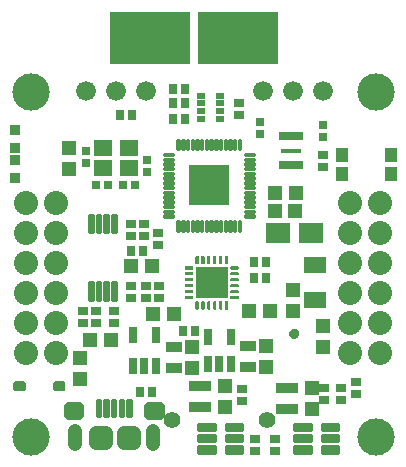
<source format=gts>
G04 EAGLE Gerber RS-274X export*
G75*
%MOMM*%
%FSLAX34Y34*%
%LPD*%
%INSoldermask Top*%
%IPPOS*%
%AMOC8*
5,1,8,0,0,1.08239X$1,22.5*%
G01*
%ADD10C,3.152400*%
%ADD11R,6.731000X4.445000*%
%ADD12C,0.508000*%
%ADD13R,5.232400X2.692400*%
%ADD14R,1.232400X1.202400*%
%ADD15R,0.752400X0.752400*%
%ADD16R,1.202400X1.232400*%
%ADD17R,2.102400X1.652400*%
%ADD18R,1.252400X1.152400*%
%ADD19R,1.352400X0.952400*%
%ADD20R,0.652400X0.502400*%
%ADD21R,0.675000X1.312500*%
%ADD22R,1.952400X0.952400*%
%ADD23R,0.852400X0.752400*%
%ADD24R,1.967700X1.317000*%
%ADD25R,0.752400X0.852400*%
%ADD26R,1.052400X1.152400*%
%ADD27C,1.402400*%
%ADD28C,0.296959*%
%ADD29C,0.253078*%
%ADD30R,0.702400X1.352400*%
%ADD31C,0.232581*%
%ADD32R,3.352400X3.352400*%
%ADD33C,0.353534*%
%ADD34C,0.853819*%
%ADD35C,1.108294*%
%ADD36C,1.219200*%
%ADD37R,1.552400X1.352400*%
%ADD38R,0.952400X0.952400*%
%ADD39C,2.032000*%
%ADD40C,1.676400*%
%ADD41R,0.502400X0.642400*%
%ADD42R,1.752400X0.352400*%

G36*
X187537Y138117D02*
X187537Y138117D01*
X187532Y138124D01*
X187539Y138130D01*
X187539Y164130D01*
X187503Y164177D01*
X187496Y164172D01*
X187490Y164179D01*
X160490Y164179D01*
X160443Y164143D01*
X160448Y164136D01*
X160441Y164130D01*
X160441Y138130D01*
X160477Y138083D01*
X160484Y138088D01*
X160490Y138081D01*
X187490Y138081D01*
X187537Y138117D01*
G37*
G36*
X14042Y59153D02*
X14042Y59153D01*
X14044Y59151D01*
X14388Y59178D01*
X14392Y59182D01*
X14396Y59179D01*
X14732Y59260D01*
X14735Y59265D01*
X14739Y59263D01*
X15058Y59395D01*
X15061Y59400D01*
X15065Y59398D01*
X15359Y59578D01*
X15361Y59583D01*
X15365Y59583D01*
X15628Y59807D01*
X15629Y59812D01*
X15634Y59812D01*
X15858Y60075D01*
X15858Y60081D01*
X15862Y60081D01*
X16042Y60375D01*
X16041Y60381D01*
X16046Y60382D01*
X16178Y60701D01*
X16176Y60707D01*
X16180Y60708D01*
X16261Y61044D01*
X16259Y61050D01*
X16262Y61052D01*
X16289Y61396D01*
X16287Y61399D01*
X16289Y61400D01*
X16262Y65944D01*
X16257Y65951D01*
X16261Y65956D01*
X16180Y66292D01*
X16175Y66295D01*
X16178Y66299D01*
X16046Y66618D01*
X16040Y66621D01*
X16042Y66625D01*
X15862Y66919D01*
X15857Y66921D01*
X15858Y66925D01*
X15634Y67188D01*
X15628Y67189D01*
X15628Y67194D01*
X15365Y67418D01*
X15359Y67418D01*
X15359Y67422D01*
X15065Y67602D01*
X15059Y67601D01*
X15058Y67606D01*
X14739Y67738D01*
X14733Y67736D01*
X14732Y67740D01*
X14396Y67821D01*
X14391Y67819D01*
X14390Y67819D01*
X14388Y67822D01*
X14044Y67849D01*
X14041Y67848D01*
X14040Y67849D01*
X8240Y67849D01*
X8238Y67847D01*
X8236Y67849D01*
X7892Y67822D01*
X7888Y67819D01*
X7887Y67819D01*
X7884Y67821D01*
X7548Y67740D01*
X7545Y67735D01*
X7541Y67738D01*
X7222Y67606D01*
X7219Y67600D01*
X7215Y67602D01*
X6921Y67422D01*
X6919Y67417D01*
X6915Y67418D01*
X6652Y67194D01*
X6651Y67188D01*
X6647Y67188D01*
X6423Y66925D01*
X6422Y66919D01*
X6418Y66919D01*
X6238Y66625D01*
X6239Y66619D01*
X6235Y66618D01*
X6103Y66299D01*
X6104Y66293D01*
X6100Y66292D01*
X6019Y65956D01*
X6021Y65950D01*
X6018Y65948D01*
X5991Y65604D01*
X5993Y65601D01*
X5991Y65600D01*
X6018Y61056D01*
X6023Y61049D01*
X6019Y61044D01*
X6100Y60708D01*
X6105Y60705D01*
X6103Y60701D01*
X6235Y60382D01*
X6240Y60379D01*
X6238Y60375D01*
X6418Y60081D01*
X6423Y60079D01*
X6423Y60075D01*
X6647Y59812D01*
X6652Y59811D01*
X6652Y59807D01*
X6915Y59583D01*
X6921Y59582D01*
X6921Y59578D01*
X7215Y59398D01*
X7221Y59399D01*
X7222Y59395D01*
X7541Y59263D01*
X7547Y59264D01*
X7548Y59260D01*
X7884Y59179D01*
X7890Y59181D01*
X7892Y59178D01*
X8236Y59151D01*
X8239Y59153D01*
X8240Y59151D01*
X14040Y59151D01*
X14042Y59153D01*
G37*
G36*
X47642Y59153D02*
X47642Y59153D01*
X47644Y59151D01*
X47988Y59178D01*
X47992Y59182D01*
X47996Y59179D01*
X48332Y59260D01*
X48335Y59265D01*
X48339Y59263D01*
X48658Y59395D01*
X48661Y59400D01*
X48665Y59398D01*
X48959Y59578D01*
X48961Y59583D01*
X48965Y59583D01*
X49228Y59807D01*
X49229Y59812D01*
X49234Y59812D01*
X49458Y60075D01*
X49458Y60081D01*
X49462Y60081D01*
X49642Y60375D01*
X49641Y60381D01*
X49646Y60382D01*
X49778Y60701D01*
X49776Y60707D01*
X49780Y60708D01*
X49861Y61044D01*
X49859Y61050D01*
X49862Y61052D01*
X49889Y61396D01*
X49887Y61399D01*
X49889Y61400D01*
X49862Y65944D01*
X49857Y65951D01*
X49861Y65956D01*
X49780Y66292D01*
X49775Y66295D01*
X49778Y66299D01*
X49646Y66618D01*
X49640Y66621D01*
X49642Y66625D01*
X49462Y66919D01*
X49457Y66921D01*
X49458Y66925D01*
X49234Y67188D01*
X49228Y67189D01*
X49228Y67194D01*
X48965Y67418D01*
X48959Y67418D01*
X48959Y67422D01*
X48665Y67602D01*
X48659Y67601D01*
X48658Y67606D01*
X48339Y67738D01*
X48333Y67736D01*
X48332Y67740D01*
X47996Y67821D01*
X47991Y67819D01*
X47990Y67819D01*
X47988Y67822D01*
X47644Y67849D01*
X47641Y67848D01*
X47640Y67849D01*
X41840Y67849D01*
X41838Y67847D01*
X41836Y67849D01*
X41492Y67822D01*
X41488Y67819D01*
X41487Y67819D01*
X41484Y67821D01*
X41148Y67740D01*
X41145Y67735D01*
X41141Y67738D01*
X40822Y67606D01*
X40819Y67600D01*
X40815Y67602D01*
X40521Y67422D01*
X40519Y67417D01*
X40515Y67418D01*
X40252Y67194D01*
X40251Y67188D01*
X40247Y67188D01*
X40023Y66925D01*
X40022Y66919D01*
X40018Y66919D01*
X39838Y66625D01*
X39839Y66619D01*
X39835Y66618D01*
X39703Y66299D01*
X39704Y66293D01*
X39700Y66292D01*
X39619Y65956D01*
X39621Y65950D01*
X39618Y65948D01*
X39591Y65604D01*
X39593Y65601D01*
X39591Y65600D01*
X39618Y61056D01*
X39623Y61049D01*
X39619Y61044D01*
X39700Y60708D01*
X39705Y60705D01*
X39703Y60701D01*
X39835Y60382D01*
X39840Y60379D01*
X39838Y60375D01*
X40018Y60081D01*
X40023Y60079D01*
X40023Y60075D01*
X40247Y59812D01*
X40252Y59811D01*
X40252Y59807D01*
X40515Y59583D01*
X40521Y59582D01*
X40521Y59578D01*
X40815Y59398D01*
X40821Y59399D01*
X40822Y59395D01*
X41141Y59263D01*
X41147Y59264D01*
X41148Y59260D01*
X41484Y59179D01*
X41490Y59181D01*
X41492Y59178D01*
X41836Y59151D01*
X41839Y59153D01*
X41840Y59151D01*
X47640Y59151D01*
X47642Y59153D01*
G37*
G36*
X157543Y162283D02*
X157543Y162283D01*
X157544Y162281D01*
X157654Y162290D01*
X157658Y162294D01*
X157661Y162291D01*
X157767Y162316D01*
X157771Y162321D01*
X157775Y162318D01*
X157877Y162360D01*
X157880Y162366D01*
X157884Y162364D01*
X157977Y162422D01*
X157979Y162427D01*
X157983Y162426D01*
X158067Y162497D01*
X158068Y162503D01*
X158073Y162503D01*
X158144Y162587D01*
X158144Y162593D01*
X158148Y162593D01*
X158206Y162686D01*
X158205Y162692D01*
X158210Y162693D01*
X158252Y162795D01*
X158250Y162801D01*
X158254Y162803D01*
X158279Y162909D01*
X158277Y162914D01*
X158280Y162916D01*
X158289Y163026D01*
X158287Y163029D01*
X158289Y163030D01*
X158280Y164340D01*
X158275Y164347D01*
X158279Y164351D01*
X158254Y164457D01*
X158249Y164461D01*
X158252Y164465D01*
X158210Y164567D01*
X158204Y164570D01*
X158206Y164574D01*
X158148Y164667D01*
X158143Y164669D01*
X158144Y164673D01*
X158073Y164757D01*
X158067Y164758D01*
X158067Y164763D01*
X157983Y164834D01*
X157977Y164834D01*
X157977Y164838D01*
X157884Y164896D01*
X157878Y164895D01*
X157877Y164900D01*
X157775Y164942D01*
X157769Y164940D01*
X157767Y164944D01*
X157661Y164969D01*
X157656Y164967D01*
X157654Y164970D01*
X157544Y164979D01*
X157541Y164977D01*
X157540Y164979D01*
X152040Y164979D01*
X152038Y164977D01*
X152036Y164979D01*
X151926Y164970D01*
X151922Y164966D01*
X151919Y164969D01*
X151813Y164944D01*
X151809Y164939D01*
X151805Y164942D01*
X151703Y164900D01*
X151700Y164894D01*
X151696Y164896D01*
X151603Y164838D01*
X151601Y164833D01*
X151597Y164834D01*
X151513Y164763D01*
X151512Y164757D01*
X151507Y164757D01*
X151436Y164673D01*
X151436Y164667D01*
X151432Y164667D01*
X151374Y164574D01*
X151375Y164568D01*
X151370Y164567D01*
X151328Y164465D01*
X151329Y164462D01*
X151327Y164461D01*
X151329Y164459D01*
X151326Y164457D01*
X151301Y164351D01*
X151303Y164346D01*
X151300Y164344D01*
X151291Y164234D01*
X151293Y164231D01*
X151291Y164230D01*
X151300Y162920D01*
X151305Y162913D01*
X151301Y162909D01*
X151326Y162803D01*
X151331Y162799D01*
X151328Y162795D01*
X151370Y162693D01*
X151376Y162690D01*
X151374Y162686D01*
X151432Y162593D01*
X151437Y162591D01*
X151436Y162587D01*
X151507Y162503D01*
X151513Y162502D01*
X151513Y162497D01*
X151597Y162426D01*
X151603Y162426D01*
X151603Y162422D01*
X151696Y162364D01*
X151702Y162365D01*
X151703Y162360D01*
X151805Y162318D01*
X151811Y162320D01*
X151813Y162316D01*
X151919Y162291D01*
X151924Y162293D01*
X151926Y162290D01*
X152036Y162281D01*
X152039Y162283D01*
X152040Y162281D01*
X157540Y162281D01*
X157543Y162283D01*
G37*
G36*
X195943Y162283D02*
X195943Y162283D01*
X195944Y162281D01*
X196054Y162290D01*
X196058Y162294D01*
X196061Y162291D01*
X196167Y162316D01*
X196171Y162321D01*
X196175Y162318D01*
X196277Y162360D01*
X196280Y162366D01*
X196284Y162364D01*
X196377Y162422D01*
X196379Y162427D01*
X196383Y162426D01*
X196467Y162497D01*
X196468Y162503D01*
X196473Y162503D01*
X196544Y162587D01*
X196544Y162593D01*
X196548Y162593D01*
X196606Y162686D01*
X196605Y162692D01*
X196610Y162693D01*
X196652Y162795D01*
X196650Y162801D01*
X196654Y162803D01*
X196679Y162909D01*
X196677Y162914D01*
X196680Y162916D01*
X196689Y163026D01*
X196687Y163029D01*
X196689Y163030D01*
X196680Y164340D01*
X196675Y164347D01*
X196679Y164351D01*
X196654Y164457D01*
X196649Y164461D01*
X196652Y164465D01*
X196610Y164567D01*
X196604Y164570D01*
X196606Y164574D01*
X196548Y164667D01*
X196543Y164669D01*
X196544Y164673D01*
X196473Y164757D01*
X196467Y164758D01*
X196467Y164763D01*
X196383Y164834D01*
X196377Y164834D01*
X196377Y164838D01*
X196284Y164896D01*
X196278Y164895D01*
X196277Y164900D01*
X196175Y164942D01*
X196169Y164940D01*
X196167Y164944D01*
X196061Y164969D01*
X196056Y164967D01*
X196054Y164970D01*
X195944Y164979D01*
X195941Y164977D01*
X195940Y164979D01*
X190440Y164979D01*
X190438Y164977D01*
X190436Y164979D01*
X190326Y164970D01*
X190322Y164966D01*
X190319Y164969D01*
X190213Y164944D01*
X190209Y164939D01*
X190205Y164942D01*
X190103Y164900D01*
X190100Y164894D01*
X190096Y164896D01*
X190003Y164838D01*
X190001Y164833D01*
X189997Y164834D01*
X189913Y164763D01*
X189912Y164757D01*
X189907Y164757D01*
X189836Y164673D01*
X189836Y164667D01*
X189832Y164667D01*
X189774Y164574D01*
X189775Y164568D01*
X189770Y164567D01*
X189728Y164465D01*
X189729Y164462D01*
X189727Y164461D01*
X189729Y164459D01*
X189726Y164457D01*
X189701Y164351D01*
X189703Y164346D01*
X189700Y164344D01*
X189691Y164234D01*
X189693Y164231D01*
X189691Y164230D01*
X189700Y162920D01*
X189705Y162913D01*
X189701Y162909D01*
X189726Y162803D01*
X189731Y162799D01*
X189728Y162795D01*
X189770Y162693D01*
X189776Y162690D01*
X189774Y162686D01*
X189832Y162593D01*
X189837Y162591D01*
X189836Y162587D01*
X189907Y162503D01*
X189913Y162502D01*
X189913Y162497D01*
X189997Y162426D01*
X190003Y162426D01*
X190003Y162422D01*
X190096Y162364D01*
X190102Y162365D01*
X190103Y162360D01*
X190205Y162318D01*
X190211Y162320D01*
X190213Y162316D01*
X190319Y162291D01*
X190324Y162293D01*
X190326Y162290D01*
X190436Y162281D01*
X190439Y162283D01*
X190440Y162281D01*
X195940Y162281D01*
X195943Y162283D01*
G37*
G36*
X157543Y157283D02*
X157543Y157283D01*
X157544Y157281D01*
X157654Y157290D01*
X157658Y157294D01*
X157661Y157291D01*
X157767Y157316D01*
X157771Y157321D01*
X157775Y157318D01*
X157877Y157360D01*
X157880Y157366D01*
X157884Y157364D01*
X157977Y157422D01*
X157979Y157427D01*
X157983Y157426D01*
X158067Y157497D01*
X158068Y157503D01*
X158073Y157503D01*
X158144Y157587D01*
X158144Y157593D01*
X158148Y157593D01*
X158206Y157686D01*
X158205Y157692D01*
X158210Y157693D01*
X158252Y157795D01*
X158250Y157801D01*
X158254Y157803D01*
X158279Y157909D01*
X158277Y157914D01*
X158280Y157916D01*
X158289Y158026D01*
X158287Y158029D01*
X158289Y158030D01*
X158280Y159340D01*
X158275Y159347D01*
X158279Y159351D01*
X158254Y159457D01*
X158249Y159461D01*
X158252Y159465D01*
X158210Y159567D01*
X158204Y159570D01*
X158206Y159574D01*
X158148Y159667D01*
X158143Y159669D01*
X158144Y159673D01*
X158073Y159757D01*
X158067Y159758D01*
X158067Y159763D01*
X157983Y159834D01*
X157977Y159834D01*
X157977Y159838D01*
X157884Y159896D01*
X157878Y159895D01*
X157877Y159900D01*
X157775Y159942D01*
X157769Y159940D01*
X157767Y159944D01*
X157661Y159969D01*
X157656Y159967D01*
X157654Y159970D01*
X157544Y159979D01*
X157541Y159977D01*
X157540Y159979D01*
X152040Y159979D01*
X152038Y159977D01*
X152036Y159979D01*
X151926Y159970D01*
X151922Y159966D01*
X151919Y159969D01*
X151813Y159944D01*
X151809Y159939D01*
X151805Y159942D01*
X151703Y159900D01*
X151700Y159894D01*
X151696Y159896D01*
X151603Y159838D01*
X151601Y159833D01*
X151597Y159834D01*
X151513Y159763D01*
X151512Y159757D01*
X151507Y159757D01*
X151436Y159673D01*
X151436Y159667D01*
X151432Y159667D01*
X151374Y159574D01*
X151375Y159568D01*
X151370Y159567D01*
X151328Y159465D01*
X151329Y159462D01*
X151327Y159461D01*
X151329Y159459D01*
X151326Y159457D01*
X151301Y159351D01*
X151303Y159346D01*
X151300Y159344D01*
X151291Y159234D01*
X151293Y159231D01*
X151291Y159230D01*
X151300Y157920D01*
X151305Y157913D01*
X151301Y157909D01*
X151326Y157803D01*
X151331Y157799D01*
X151328Y157795D01*
X151370Y157693D01*
X151376Y157690D01*
X151374Y157686D01*
X151432Y157593D01*
X151437Y157591D01*
X151436Y157587D01*
X151507Y157503D01*
X151513Y157502D01*
X151513Y157497D01*
X151597Y157426D01*
X151603Y157426D01*
X151603Y157422D01*
X151696Y157364D01*
X151702Y157365D01*
X151703Y157360D01*
X151805Y157318D01*
X151811Y157320D01*
X151813Y157316D01*
X151919Y157291D01*
X151924Y157293D01*
X151926Y157290D01*
X152036Y157281D01*
X152039Y157283D01*
X152040Y157281D01*
X157540Y157281D01*
X157543Y157283D01*
G37*
G36*
X195943Y157283D02*
X195943Y157283D01*
X195944Y157281D01*
X196054Y157290D01*
X196058Y157294D01*
X196061Y157291D01*
X196167Y157316D01*
X196171Y157321D01*
X196175Y157318D01*
X196277Y157360D01*
X196280Y157366D01*
X196284Y157364D01*
X196377Y157422D01*
X196379Y157427D01*
X196383Y157426D01*
X196467Y157497D01*
X196468Y157503D01*
X196473Y157503D01*
X196544Y157587D01*
X196544Y157593D01*
X196548Y157593D01*
X196606Y157686D01*
X196605Y157692D01*
X196610Y157693D01*
X196652Y157795D01*
X196650Y157801D01*
X196654Y157803D01*
X196679Y157909D01*
X196677Y157914D01*
X196680Y157916D01*
X196689Y158026D01*
X196687Y158029D01*
X196689Y158030D01*
X196680Y159340D01*
X196675Y159347D01*
X196679Y159351D01*
X196654Y159457D01*
X196649Y159461D01*
X196652Y159465D01*
X196610Y159567D01*
X196604Y159570D01*
X196606Y159574D01*
X196548Y159667D01*
X196543Y159669D01*
X196544Y159673D01*
X196473Y159757D01*
X196467Y159758D01*
X196467Y159763D01*
X196383Y159834D01*
X196377Y159834D01*
X196377Y159838D01*
X196284Y159896D01*
X196278Y159895D01*
X196277Y159900D01*
X196175Y159942D01*
X196169Y159940D01*
X196167Y159944D01*
X196061Y159969D01*
X196056Y159967D01*
X196054Y159970D01*
X195944Y159979D01*
X195941Y159977D01*
X195940Y159979D01*
X190440Y159979D01*
X190438Y159977D01*
X190436Y159979D01*
X190326Y159970D01*
X190322Y159966D01*
X190319Y159969D01*
X190213Y159944D01*
X190209Y159939D01*
X190205Y159942D01*
X190103Y159900D01*
X190100Y159894D01*
X190096Y159896D01*
X190003Y159838D01*
X190001Y159833D01*
X189997Y159834D01*
X189913Y159763D01*
X189912Y159757D01*
X189907Y159757D01*
X189836Y159673D01*
X189836Y159667D01*
X189832Y159667D01*
X189774Y159574D01*
X189775Y159568D01*
X189770Y159567D01*
X189728Y159465D01*
X189729Y159462D01*
X189727Y159461D01*
X189729Y159459D01*
X189726Y159457D01*
X189701Y159351D01*
X189703Y159346D01*
X189700Y159344D01*
X189691Y159234D01*
X189693Y159231D01*
X189691Y159230D01*
X189700Y157920D01*
X189705Y157913D01*
X189701Y157909D01*
X189726Y157803D01*
X189731Y157799D01*
X189728Y157795D01*
X189770Y157693D01*
X189776Y157690D01*
X189774Y157686D01*
X189832Y157593D01*
X189837Y157591D01*
X189836Y157587D01*
X189907Y157503D01*
X189913Y157502D01*
X189913Y157497D01*
X189997Y157426D01*
X190003Y157426D01*
X190003Y157422D01*
X190096Y157364D01*
X190102Y157365D01*
X190103Y157360D01*
X190205Y157318D01*
X190211Y157320D01*
X190213Y157316D01*
X190319Y157291D01*
X190324Y157293D01*
X190326Y157290D01*
X190436Y157281D01*
X190439Y157283D01*
X190440Y157281D01*
X195940Y157281D01*
X195943Y157283D01*
G37*
G36*
X195943Y152283D02*
X195943Y152283D01*
X195944Y152281D01*
X196054Y152290D01*
X196058Y152294D01*
X196061Y152291D01*
X196167Y152316D01*
X196171Y152321D01*
X196175Y152318D01*
X196277Y152360D01*
X196280Y152366D01*
X196284Y152364D01*
X196377Y152422D01*
X196379Y152427D01*
X196383Y152426D01*
X196467Y152497D01*
X196468Y152503D01*
X196473Y152503D01*
X196544Y152587D01*
X196544Y152593D01*
X196548Y152593D01*
X196606Y152686D01*
X196605Y152692D01*
X196610Y152693D01*
X196652Y152795D01*
X196650Y152801D01*
X196654Y152803D01*
X196679Y152909D01*
X196677Y152914D01*
X196680Y152916D01*
X196689Y153026D01*
X196687Y153029D01*
X196689Y153030D01*
X196680Y154340D01*
X196675Y154347D01*
X196679Y154351D01*
X196654Y154457D01*
X196649Y154461D01*
X196652Y154465D01*
X196610Y154567D01*
X196604Y154570D01*
X196606Y154574D01*
X196548Y154667D01*
X196543Y154669D01*
X196544Y154673D01*
X196473Y154757D01*
X196467Y154758D01*
X196467Y154763D01*
X196383Y154834D01*
X196377Y154834D01*
X196377Y154838D01*
X196284Y154896D01*
X196278Y154895D01*
X196277Y154900D01*
X196175Y154942D01*
X196169Y154940D01*
X196167Y154944D01*
X196061Y154969D01*
X196056Y154967D01*
X196054Y154970D01*
X195944Y154979D01*
X195941Y154977D01*
X195940Y154979D01*
X190440Y154979D01*
X190438Y154977D01*
X190436Y154979D01*
X190326Y154970D01*
X190322Y154966D01*
X190319Y154969D01*
X190213Y154944D01*
X190209Y154939D01*
X190205Y154942D01*
X190103Y154900D01*
X190100Y154894D01*
X190096Y154896D01*
X190003Y154838D01*
X190001Y154833D01*
X189997Y154834D01*
X189913Y154763D01*
X189912Y154757D01*
X189907Y154757D01*
X189836Y154673D01*
X189836Y154667D01*
X189832Y154667D01*
X189774Y154574D01*
X189775Y154568D01*
X189770Y154567D01*
X189728Y154465D01*
X189729Y154462D01*
X189727Y154461D01*
X189729Y154459D01*
X189726Y154457D01*
X189701Y154351D01*
X189703Y154346D01*
X189700Y154344D01*
X189691Y154234D01*
X189693Y154231D01*
X189691Y154230D01*
X189700Y152920D01*
X189705Y152913D01*
X189701Y152909D01*
X189726Y152803D01*
X189731Y152799D01*
X189728Y152795D01*
X189770Y152693D01*
X189776Y152690D01*
X189774Y152686D01*
X189832Y152593D01*
X189837Y152591D01*
X189836Y152587D01*
X189907Y152503D01*
X189913Y152502D01*
X189913Y152497D01*
X189997Y152426D01*
X190003Y152426D01*
X190003Y152422D01*
X190096Y152364D01*
X190102Y152365D01*
X190103Y152360D01*
X190205Y152318D01*
X190211Y152320D01*
X190213Y152316D01*
X190319Y152291D01*
X190324Y152293D01*
X190326Y152290D01*
X190436Y152281D01*
X190439Y152283D01*
X190440Y152281D01*
X195940Y152281D01*
X195943Y152283D01*
G37*
G36*
X157543Y152283D02*
X157543Y152283D01*
X157544Y152281D01*
X157654Y152290D01*
X157658Y152294D01*
X157661Y152291D01*
X157767Y152316D01*
X157771Y152321D01*
X157775Y152318D01*
X157877Y152360D01*
X157880Y152366D01*
X157884Y152364D01*
X157977Y152422D01*
X157979Y152427D01*
X157983Y152426D01*
X158067Y152497D01*
X158068Y152503D01*
X158073Y152503D01*
X158144Y152587D01*
X158144Y152593D01*
X158148Y152593D01*
X158206Y152686D01*
X158205Y152692D01*
X158210Y152693D01*
X158252Y152795D01*
X158250Y152801D01*
X158254Y152803D01*
X158279Y152909D01*
X158277Y152914D01*
X158280Y152916D01*
X158289Y153026D01*
X158287Y153029D01*
X158289Y153030D01*
X158280Y154340D01*
X158275Y154347D01*
X158279Y154351D01*
X158254Y154457D01*
X158249Y154461D01*
X158252Y154465D01*
X158210Y154567D01*
X158204Y154570D01*
X158206Y154574D01*
X158148Y154667D01*
X158143Y154669D01*
X158144Y154673D01*
X158073Y154757D01*
X158067Y154758D01*
X158067Y154763D01*
X157983Y154834D01*
X157977Y154834D01*
X157977Y154838D01*
X157884Y154896D01*
X157878Y154895D01*
X157877Y154900D01*
X157775Y154942D01*
X157769Y154940D01*
X157767Y154944D01*
X157661Y154969D01*
X157656Y154967D01*
X157654Y154970D01*
X157544Y154979D01*
X157541Y154977D01*
X157540Y154979D01*
X152040Y154979D01*
X152038Y154977D01*
X152036Y154979D01*
X151926Y154970D01*
X151922Y154966D01*
X151919Y154969D01*
X151813Y154944D01*
X151809Y154939D01*
X151805Y154942D01*
X151703Y154900D01*
X151700Y154894D01*
X151696Y154896D01*
X151603Y154838D01*
X151601Y154833D01*
X151597Y154834D01*
X151513Y154763D01*
X151512Y154757D01*
X151507Y154757D01*
X151436Y154673D01*
X151436Y154667D01*
X151432Y154667D01*
X151374Y154574D01*
X151375Y154568D01*
X151370Y154567D01*
X151328Y154465D01*
X151329Y154462D01*
X151327Y154461D01*
X151329Y154459D01*
X151326Y154457D01*
X151301Y154351D01*
X151303Y154346D01*
X151300Y154344D01*
X151291Y154234D01*
X151293Y154231D01*
X151291Y154230D01*
X151300Y152920D01*
X151305Y152913D01*
X151301Y152909D01*
X151326Y152803D01*
X151331Y152799D01*
X151328Y152795D01*
X151370Y152693D01*
X151376Y152690D01*
X151374Y152686D01*
X151432Y152593D01*
X151437Y152591D01*
X151436Y152587D01*
X151507Y152503D01*
X151513Y152502D01*
X151513Y152497D01*
X151597Y152426D01*
X151603Y152426D01*
X151603Y152422D01*
X151696Y152364D01*
X151702Y152365D01*
X151703Y152360D01*
X151805Y152318D01*
X151811Y152320D01*
X151813Y152316D01*
X151919Y152291D01*
X151924Y152293D01*
X151926Y152290D01*
X152036Y152281D01*
X152039Y152283D01*
X152040Y152281D01*
X157540Y152281D01*
X157543Y152283D01*
G37*
G36*
X195943Y147283D02*
X195943Y147283D01*
X195944Y147281D01*
X196054Y147290D01*
X196058Y147294D01*
X196061Y147291D01*
X196167Y147316D01*
X196171Y147321D01*
X196175Y147318D01*
X196277Y147360D01*
X196280Y147366D01*
X196284Y147364D01*
X196377Y147422D01*
X196379Y147427D01*
X196383Y147426D01*
X196467Y147497D01*
X196468Y147503D01*
X196473Y147503D01*
X196544Y147587D01*
X196544Y147593D01*
X196548Y147593D01*
X196606Y147686D01*
X196605Y147692D01*
X196610Y147693D01*
X196652Y147795D01*
X196650Y147801D01*
X196654Y147803D01*
X196679Y147909D01*
X196677Y147914D01*
X196680Y147916D01*
X196689Y148026D01*
X196687Y148029D01*
X196689Y148030D01*
X196680Y149340D01*
X196675Y149347D01*
X196679Y149351D01*
X196654Y149457D01*
X196649Y149461D01*
X196652Y149465D01*
X196610Y149567D01*
X196604Y149570D01*
X196606Y149574D01*
X196548Y149667D01*
X196543Y149669D01*
X196544Y149673D01*
X196473Y149757D01*
X196467Y149758D01*
X196467Y149763D01*
X196383Y149834D01*
X196377Y149834D01*
X196377Y149838D01*
X196284Y149896D01*
X196278Y149895D01*
X196277Y149900D01*
X196175Y149942D01*
X196169Y149940D01*
X196167Y149944D01*
X196061Y149969D01*
X196056Y149967D01*
X196054Y149970D01*
X195944Y149979D01*
X195941Y149977D01*
X195940Y149979D01*
X190440Y149979D01*
X190438Y149977D01*
X190436Y149979D01*
X190326Y149970D01*
X190322Y149966D01*
X190319Y149969D01*
X190213Y149944D01*
X190209Y149939D01*
X190205Y149942D01*
X190103Y149900D01*
X190100Y149894D01*
X190096Y149896D01*
X190003Y149838D01*
X190001Y149833D01*
X189997Y149834D01*
X189913Y149763D01*
X189912Y149757D01*
X189907Y149757D01*
X189836Y149673D01*
X189836Y149667D01*
X189832Y149667D01*
X189774Y149574D01*
X189775Y149568D01*
X189770Y149567D01*
X189728Y149465D01*
X189729Y149462D01*
X189727Y149461D01*
X189729Y149459D01*
X189726Y149457D01*
X189701Y149351D01*
X189703Y149346D01*
X189700Y149344D01*
X189691Y149234D01*
X189693Y149231D01*
X189691Y149230D01*
X189700Y147920D01*
X189705Y147913D01*
X189701Y147909D01*
X189726Y147803D01*
X189731Y147799D01*
X189728Y147795D01*
X189770Y147693D01*
X189776Y147690D01*
X189774Y147686D01*
X189832Y147593D01*
X189837Y147591D01*
X189836Y147587D01*
X189907Y147503D01*
X189913Y147502D01*
X189913Y147497D01*
X189997Y147426D01*
X190003Y147426D01*
X190003Y147422D01*
X190096Y147364D01*
X190102Y147365D01*
X190103Y147360D01*
X190205Y147318D01*
X190211Y147320D01*
X190213Y147316D01*
X190319Y147291D01*
X190324Y147293D01*
X190326Y147290D01*
X190436Y147281D01*
X190439Y147283D01*
X190440Y147281D01*
X195940Y147281D01*
X195943Y147283D01*
G37*
G36*
X157543Y147283D02*
X157543Y147283D01*
X157544Y147281D01*
X157654Y147290D01*
X157658Y147294D01*
X157661Y147291D01*
X157767Y147316D01*
X157771Y147321D01*
X157775Y147318D01*
X157877Y147360D01*
X157880Y147366D01*
X157884Y147364D01*
X157977Y147422D01*
X157979Y147427D01*
X157983Y147426D01*
X158067Y147497D01*
X158068Y147503D01*
X158073Y147503D01*
X158144Y147587D01*
X158144Y147593D01*
X158148Y147593D01*
X158206Y147686D01*
X158205Y147692D01*
X158210Y147693D01*
X158252Y147795D01*
X158250Y147801D01*
X158254Y147803D01*
X158279Y147909D01*
X158277Y147914D01*
X158280Y147916D01*
X158289Y148026D01*
X158287Y148029D01*
X158289Y148030D01*
X158280Y149340D01*
X158275Y149347D01*
X158279Y149351D01*
X158254Y149457D01*
X158249Y149461D01*
X158252Y149465D01*
X158210Y149567D01*
X158204Y149570D01*
X158206Y149574D01*
X158148Y149667D01*
X158143Y149669D01*
X158144Y149673D01*
X158073Y149757D01*
X158067Y149758D01*
X158067Y149763D01*
X157983Y149834D01*
X157977Y149834D01*
X157977Y149838D01*
X157884Y149896D01*
X157878Y149895D01*
X157877Y149900D01*
X157775Y149942D01*
X157769Y149940D01*
X157767Y149944D01*
X157661Y149969D01*
X157656Y149967D01*
X157654Y149970D01*
X157544Y149979D01*
X157541Y149977D01*
X157540Y149979D01*
X152040Y149979D01*
X152038Y149977D01*
X152036Y149979D01*
X151926Y149970D01*
X151922Y149966D01*
X151919Y149969D01*
X151813Y149944D01*
X151809Y149939D01*
X151805Y149942D01*
X151703Y149900D01*
X151700Y149894D01*
X151696Y149896D01*
X151603Y149838D01*
X151601Y149833D01*
X151597Y149834D01*
X151513Y149763D01*
X151512Y149757D01*
X151507Y149757D01*
X151436Y149673D01*
X151436Y149667D01*
X151432Y149667D01*
X151374Y149574D01*
X151375Y149568D01*
X151370Y149567D01*
X151328Y149465D01*
X151329Y149462D01*
X151327Y149461D01*
X151329Y149459D01*
X151326Y149457D01*
X151301Y149351D01*
X151303Y149346D01*
X151300Y149344D01*
X151291Y149234D01*
X151293Y149231D01*
X151291Y149230D01*
X151300Y147920D01*
X151305Y147913D01*
X151301Y147909D01*
X151326Y147803D01*
X151331Y147799D01*
X151328Y147795D01*
X151370Y147693D01*
X151376Y147690D01*
X151374Y147686D01*
X151432Y147593D01*
X151437Y147591D01*
X151436Y147587D01*
X151507Y147503D01*
X151513Y147502D01*
X151513Y147497D01*
X151597Y147426D01*
X151603Y147426D01*
X151603Y147422D01*
X151696Y147364D01*
X151702Y147365D01*
X151703Y147360D01*
X151805Y147318D01*
X151811Y147320D01*
X151813Y147316D01*
X151919Y147291D01*
X151924Y147293D01*
X151926Y147290D01*
X152036Y147281D01*
X152039Y147283D01*
X152040Y147281D01*
X157540Y147281D01*
X157543Y147283D01*
G37*
G36*
X157543Y142283D02*
X157543Y142283D01*
X157544Y142281D01*
X157654Y142290D01*
X157658Y142294D01*
X157661Y142291D01*
X157767Y142316D01*
X157771Y142321D01*
X157775Y142318D01*
X157877Y142360D01*
X157880Y142366D01*
X157884Y142364D01*
X157977Y142422D01*
X157979Y142427D01*
X157983Y142426D01*
X158067Y142497D01*
X158068Y142503D01*
X158073Y142503D01*
X158144Y142587D01*
X158144Y142593D01*
X158148Y142593D01*
X158206Y142686D01*
X158205Y142692D01*
X158210Y142693D01*
X158252Y142795D01*
X158250Y142801D01*
X158254Y142803D01*
X158279Y142909D01*
X158277Y142914D01*
X158280Y142916D01*
X158289Y143026D01*
X158287Y143029D01*
X158289Y143030D01*
X158280Y144340D01*
X158275Y144347D01*
X158279Y144351D01*
X158254Y144457D01*
X158249Y144461D01*
X158252Y144465D01*
X158210Y144567D01*
X158204Y144570D01*
X158206Y144574D01*
X158148Y144667D01*
X158143Y144669D01*
X158144Y144673D01*
X158073Y144757D01*
X158067Y144758D01*
X158067Y144763D01*
X157983Y144834D01*
X157977Y144834D01*
X157977Y144838D01*
X157884Y144896D01*
X157878Y144895D01*
X157877Y144900D01*
X157775Y144942D01*
X157769Y144940D01*
X157767Y144944D01*
X157661Y144969D01*
X157656Y144967D01*
X157654Y144970D01*
X157544Y144979D01*
X157541Y144977D01*
X157540Y144979D01*
X152040Y144979D01*
X152038Y144977D01*
X152036Y144979D01*
X151926Y144970D01*
X151922Y144966D01*
X151919Y144969D01*
X151813Y144944D01*
X151809Y144939D01*
X151805Y144942D01*
X151703Y144900D01*
X151700Y144894D01*
X151696Y144896D01*
X151603Y144838D01*
X151601Y144833D01*
X151597Y144834D01*
X151513Y144763D01*
X151512Y144757D01*
X151507Y144757D01*
X151436Y144673D01*
X151436Y144667D01*
X151432Y144667D01*
X151374Y144574D01*
X151375Y144568D01*
X151370Y144567D01*
X151328Y144465D01*
X151329Y144462D01*
X151327Y144461D01*
X151329Y144459D01*
X151326Y144457D01*
X151301Y144351D01*
X151303Y144346D01*
X151300Y144344D01*
X151291Y144234D01*
X151293Y144231D01*
X151291Y144230D01*
X151300Y142920D01*
X151305Y142913D01*
X151301Y142909D01*
X151326Y142803D01*
X151331Y142799D01*
X151328Y142795D01*
X151370Y142693D01*
X151376Y142690D01*
X151374Y142686D01*
X151432Y142593D01*
X151437Y142591D01*
X151436Y142587D01*
X151507Y142503D01*
X151513Y142502D01*
X151513Y142497D01*
X151597Y142426D01*
X151603Y142426D01*
X151603Y142422D01*
X151696Y142364D01*
X151702Y142365D01*
X151703Y142360D01*
X151805Y142318D01*
X151811Y142320D01*
X151813Y142316D01*
X151919Y142291D01*
X151924Y142293D01*
X151926Y142290D01*
X152036Y142281D01*
X152039Y142283D01*
X152040Y142281D01*
X157540Y142281D01*
X157543Y142283D01*
G37*
G36*
X195943Y142283D02*
X195943Y142283D01*
X195944Y142281D01*
X196054Y142290D01*
X196058Y142294D01*
X196061Y142291D01*
X196167Y142316D01*
X196171Y142321D01*
X196175Y142318D01*
X196277Y142360D01*
X196280Y142366D01*
X196284Y142364D01*
X196377Y142422D01*
X196379Y142427D01*
X196383Y142426D01*
X196467Y142497D01*
X196468Y142503D01*
X196473Y142503D01*
X196544Y142587D01*
X196544Y142593D01*
X196548Y142593D01*
X196606Y142686D01*
X196605Y142692D01*
X196610Y142693D01*
X196652Y142795D01*
X196650Y142801D01*
X196654Y142803D01*
X196679Y142909D01*
X196677Y142914D01*
X196680Y142916D01*
X196689Y143026D01*
X196687Y143029D01*
X196689Y143030D01*
X196680Y144340D01*
X196675Y144347D01*
X196679Y144351D01*
X196654Y144457D01*
X196649Y144461D01*
X196652Y144465D01*
X196610Y144567D01*
X196604Y144570D01*
X196606Y144574D01*
X196548Y144667D01*
X196543Y144669D01*
X196544Y144673D01*
X196473Y144757D01*
X196467Y144758D01*
X196467Y144763D01*
X196383Y144834D01*
X196377Y144834D01*
X196377Y144838D01*
X196284Y144896D01*
X196278Y144895D01*
X196277Y144900D01*
X196175Y144942D01*
X196169Y144940D01*
X196167Y144944D01*
X196061Y144969D01*
X196056Y144967D01*
X196054Y144970D01*
X195944Y144979D01*
X195941Y144977D01*
X195940Y144979D01*
X190440Y144979D01*
X190438Y144977D01*
X190436Y144979D01*
X190326Y144970D01*
X190322Y144966D01*
X190319Y144969D01*
X190213Y144944D01*
X190209Y144939D01*
X190205Y144942D01*
X190103Y144900D01*
X190100Y144894D01*
X190096Y144896D01*
X190003Y144838D01*
X190001Y144833D01*
X189997Y144834D01*
X189913Y144763D01*
X189912Y144757D01*
X189907Y144757D01*
X189836Y144673D01*
X189836Y144667D01*
X189832Y144667D01*
X189774Y144574D01*
X189775Y144568D01*
X189770Y144567D01*
X189728Y144465D01*
X189729Y144462D01*
X189727Y144461D01*
X189729Y144459D01*
X189726Y144457D01*
X189701Y144351D01*
X189703Y144346D01*
X189700Y144344D01*
X189691Y144234D01*
X189693Y144231D01*
X189691Y144230D01*
X189700Y142920D01*
X189705Y142913D01*
X189701Y142909D01*
X189726Y142803D01*
X189731Y142799D01*
X189728Y142795D01*
X189770Y142693D01*
X189776Y142690D01*
X189774Y142686D01*
X189832Y142593D01*
X189837Y142591D01*
X189836Y142587D01*
X189907Y142503D01*
X189913Y142502D01*
X189913Y142497D01*
X189997Y142426D01*
X190003Y142426D01*
X190003Y142422D01*
X190096Y142364D01*
X190102Y142365D01*
X190103Y142360D01*
X190205Y142318D01*
X190211Y142320D01*
X190213Y142316D01*
X190319Y142291D01*
X190324Y142293D01*
X190326Y142290D01*
X190436Y142281D01*
X190439Y142283D01*
X190440Y142281D01*
X195940Y142281D01*
X195943Y142283D01*
G37*
G36*
X195943Y137283D02*
X195943Y137283D01*
X195944Y137281D01*
X196054Y137290D01*
X196058Y137294D01*
X196061Y137291D01*
X196167Y137316D01*
X196171Y137321D01*
X196175Y137318D01*
X196277Y137360D01*
X196280Y137366D01*
X196284Y137364D01*
X196377Y137422D01*
X196379Y137427D01*
X196383Y137426D01*
X196467Y137497D01*
X196468Y137503D01*
X196473Y137503D01*
X196544Y137587D01*
X196544Y137593D01*
X196548Y137593D01*
X196606Y137686D01*
X196605Y137692D01*
X196610Y137693D01*
X196652Y137795D01*
X196650Y137801D01*
X196654Y137803D01*
X196679Y137909D01*
X196677Y137914D01*
X196680Y137916D01*
X196689Y138026D01*
X196687Y138029D01*
X196689Y138030D01*
X196680Y139340D01*
X196675Y139347D01*
X196679Y139351D01*
X196654Y139457D01*
X196649Y139461D01*
X196652Y139465D01*
X196610Y139567D01*
X196604Y139570D01*
X196606Y139574D01*
X196548Y139667D01*
X196543Y139669D01*
X196544Y139673D01*
X196473Y139757D01*
X196467Y139758D01*
X196467Y139763D01*
X196383Y139834D01*
X196377Y139834D01*
X196377Y139838D01*
X196284Y139896D01*
X196278Y139895D01*
X196277Y139900D01*
X196175Y139942D01*
X196169Y139940D01*
X196167Y139944D01*
X196061Y139969D01*
X196056Y139967D01*
X196054Y139970D01*
X195944Y139979D01*
X195941Y139977D01*
X195940Y139979D01*
X190440Y139979D01*
X190438Y139977D01*
X190436Y139979D01*
X190326Y139970D01*
X190322Y139966D01*
X190319Y139969D01*
X190213Y139944D01*
X190209Y139939D01*
X190205Y139942D01*
X190103Y139900D01*
X190100Y139894D01*
X190096Y139896D01*
X190003Y139838D01*
X190001Y139833D01*
X189997Y139834D01*
X189913Y139763D01*
X189912Y139757D01*
X189907Y139757D01*
X189836Y139673D01*
X189836Y139667D01*
X189832Y139667D01*
X189774Y139574D01*
X189775Y139568D01*
X189770Y139567D01*
X189728Y139465D01*
X189729Y139462D01*
X189727Y139461D01*
X189729Y139459D01*
X189726Y139457D01*
X189701Y139351D01*
X189703Y139346D01*
X189700Y139344D01*
X189691Y139234D01*
X189693Y139231D01*
X189691Y139230D01*
X189700Y137920D01*
X189705Y137913D01*
X189701Y137909D01*
X189726Y137803D01*
X189731Y137799D01*
X189728Y137795D01*
X189770Y137693D01*
X189776Y137690D01*
X189774Y137686D01*
X189832Y137593D01*
X189837Y137591D01*
X189836Y137587D01*
X189907Y137503D01*
X189913Y137502D01*
X189913Y137497D01*
X189997Y137426D01*
X190003Y137426D01*
X190003Y137422D01*
X190096Y137364D01*
X190102Y137365D01*
X190103Y137360D01*
X190205Y137318D01*
X190211Y137320D01*
X190213Y137316D01*
X190319Y137291D01*
X190324Y137293D01*
X190326Y137290D01*
X190436Y137281D01*
X190439Y137283D01*
X190440Y137281D01*
X195940Y137281D01*
X195943Y137283D01*
G37*
G36*
X157543Y137283D02*
X157543Y137283D01*
X157544Y137281D01*
X157654Y137290D01*
X157658Y137294D01*
X157661Y137291D01*
X157767Y137316D01*
X157771Y137321D01*
X157775Y137318D01*
X157877Y137360D01*
X157880Y137366D01*
X157884Y137364D01*
X157977Y137422D01*
X157979Y137427D01*
X157983Y137426D01*
X158067Y137497D01*
X158068Y137503D01*
X158073Y137503D01*
X158144Y137587D01*
X158144Y137593D01*
X158148Y137593D01*
X158206Y137686D01*
X158205Y137692D01*
X158210Y137693D01*
X158252Y137795D01*
X158250Y137801D01*
X158254Y137803D01*
X158279Y137909D01*
X158277Y137914D01*
X158280Y137916D01*
X158289Y138026D01*
X158287Y138029D01*
X158289Y138030D01*
X158280Y139340D01*
X158275Y139347D01*
X158279Y139351D01*
X158254Y139457D01*
X158249Y139461D01*
X158252Y139465D01*
X158210Y139567D01*
X158204Y139570D01*
X158206Y139574D01*
X158148Y139667D01*
X158143Y139669D01*
X158144Y139673D01*
X158073Y139757D01*
X158067Y139758D01*
X158067Y139763D01*
X157983Y139834D01*
X157977Y139834D01*
X157977Y139838D01*
X157884Y139896D01*
X157878Y139895D01*
X157877Y139900D01*
X157775Y139942D01*
X157769Y139940D01*
X157767Y139944D01*
X157661Y139969D01*
X157656Y139967D01*
X157654Y139970D01*
X157544Y139979D01*
X157541Y139977D01*
X157540Y139979D01*
X152040Y139979D01*
X152038Y139977D01*
X152036Y139979D01*
X151926Y139970D01*
X151922Y139966D01*
X151919Y139969D01*
X151813Y139944D01*
X151809Y139939D01*
X151805Y139942D01*
X151703Y139900D01*
X151700Y139894D01*
X151696Y139896D01*
X151603Y139838D01*
X151601Y139833D01*
X151597Y139834D01*
X151513Y139763D01*
X151512Y139757D01*
X151507Y139757D01*
X151436Y139673D01*
X151436Y139667D01*
X151432Y139667D01*
X151374Y139574D01*
X151375Y139568D01*
X151370Y139567D01*
X151328Y139465D01*
X151329Y139462D01*
X151327Y139461D01*
X151329Y139459D01*
X151326Y139457D01*
X151301Y139351D01*
X151303Y139346D01*
X151300Y139344D01*
X151291Y139234D01*
X151293Y139231D01*
X151291Y139230D01*
X151300Y137920D01*
X151305Y137913D01*
X151301Y137909D01*
X151326Y137803D01*
X151331Y137799D01*
X151328Y137795D01*
X151370Y137693D01*
X151376Y137690D01*
X151374Y137686D01*
X151432Y137593D01*
X151437Y137591D01*
X151436Y137587D01*
X151507Y137503D01*
X151513Y137502D01*
X151513Y137497D01*
X151597Y137426D01*
X151603Y137426D01*
X151603Y137422D01*
X151696Y137364D01*
X151702Y137365D01*
X151703Y137360D01*
X151805Y137318D01*
X151811Y137320D01*
X151813Y137316D01*
X151919Y137291D01*
X151924Y137293D01*
X151926Y137290D01*
X152036Y137281D01*
X152039Y137283D01*
X152040Y137281D01*
X157540Y137281D01*
X157543Y137283D01*
G37*
G36*
X172200Y166840D02*
X172200Y166840D01*
X172207Y166845D01*
X172211Y166841D01*
X172317Y166866D01*
X172321Y166871D01*
X172325Y166868D01*
X172427Y166910D01*
X172430Y166916D01*
X172434Y166914D01*
X172527Y166972D01*
X172529Y166977D01*
X172533Y166976D01*
X172617Y167047D01*
X172618Y167053D01*
X172623Y167053D01*
X172694Y167137D01*
X172694Y167143D01*
X172698Y167143D01*
X172756Y167236D01*
X172755Y167242D01*
X172760Y167243D01*
X172802Y167345D01*
X172800Y167351D01*
X172804Y167353D01*
X172829Y167459D01*
X172827Y167464D01*
X172830Y167466D01*
X172839Y167576D01*
X172837Y167579D01*
X172839Y167580D01*
X172839Y173080D01*
X172837Y173083D01*
X172839Y173084D01*
X172830Y173194D01*
X172826Y173198D01*
X172829Y173201D01*
X172804Y173307D01*
X172799Y173311D01*
X172802Y173315D01*
X172760Y173417D01*
X172754Y173420D01*
X172756Y173424D01*
X172698Y173517D01*
X172693Y173519D01*
X172694Y173523D01*
X172623Y173607D01*
X172617Y173608D01*
X172617Y173613D01*
X172533Y173684D01*
X172527Y173684D01*
X172527Y173688D01*
X172434Y173746D01*
X172428Y173745D01*
X172427Y173750D01*
X172325Y173792D01*
X172319Y173790D01*
X172317Y173794D01*
X172211Y173819D01*
X172206Y173817D01*
X172204Y173820D01*
X172094Y173829D01*
X172091Y173827D01*
X172090Y173829D01*
X170780Y173820D01*
X170773Y173815D01*
X170769Y173819D01*
X170663Y173794D01*
X170659Y173789D01*
X170655Y173792D01*
X170553Y173750D01*
X170550Y173744D01*
X170546Y173746D01*
X170453Y173688D01*
X170451Y173683D01*
X170447Y173684D01*
X170363Y173613D01*
X170362Y173607D01*
X170357Y173607D01*
X170286Y173523D01*
X170286Y173517D01*
X170282Y173517D01*
X170224Y173424D01*
X170225Y173418D01*
X170220Y173417D01*
X170178Y173315D01*
X170180Y173309D01*
X170176Y173307D01*
X170151Y173201D01*
X170152Y173198D01*
X170151Y173197D01*
X170152Y173196D01*
X170150Y173194D01*
X170141Y173084D01*
X170143Y173081D01*
X170141Y173080D01*
X170141Y167580D01*
X170143Y167578D01*
X170141Y167576D01*
X170150Y167466D01*
X170154Y167462D01*
X170151Y167459D01*
X170176Y167353D01*
X170181Y167349D01*
X170178Y167345D01*
X170220Y167243D01*
X170226Y167240D01*
X170224Y167236D01*
X170282Y167143D01*
X170287Y167141D01*
X170286Y167137D01*
X170357Y167053D01*
X170363Y167052D01*
X170363Y167047D01*
X170447Y166976D01*
X170453Y166976D01*
X170453Y166972D01*
X170546Y166914D01*
X170552Y166915D01*
X170553Y166910D01*
X170655Y166868D01*
X170661Y166870D01*
X170663Y166866D01*
X170769Y166841D01*
X170774Y166843D01*
X170776Y166840D01*
X170886Y166831D01*
X170889Y166833D01*
X170890Y166831D01*
X172200Y166840D01*
G37*
G36*
X187200Y166840D02*
X187200Y166840D01*
X187207Y166845D01*
X187211Y166841D01*
X187317Y166866D01*
X187321Y166871D01*
X187325Y166868D01*
X187427Y166910D01*
X187430Y166916D01*
X187434Y166914D01*
X187527Y166972D01*
X187529Y166977D01*
X187533Y166976D01*
X187617Y167047D01*
X187618Y167053D01*
X187623Y167053D01*
X187694Y167137D01*
X187694Y167143D01*
X187698Y167143D01*
X187756Y167236D01*
X187755Y167242D01*
X187760Y167243D01*
X187802Y167345D01*
X187800Y167351D01*
X187804Y167353D01*
X187829Y167459D01*
X187827Y167464D01*
X187830Y167466D01*
X187839Y167576D01*
X187837Y167579D01*
X187839Y167580D01*
X187839Y173080D01*
X187837Y173083D01*
X187839Y173084D01*
X187830Y173194D01*
X187826Y173198D01*
X187829Y173201D01*
X187804Y173307D01*
X187799Y173311D01*
X187802Y173315D01*
X187760Y173417D01*
X187754Y173420D01*
X187756Y173424D01*
X187698Y173517D01*
X187693Y173519D01*
X187694Y173523D01*
X187623Y173607D01*
X187617Y173608D01*
X187617Y173613D01*
X187533Y173684D01*
X187527Y173684D01*
X187527Y173688D01*
X187434Y173746D01*
X187428Y173745D01*
X187427Y173750D01*
X187325Y173792D01*
X187319Y173790D01*
X187317Y173794D01*
X187211Y173819D01*
X187206Y173817D01*
X187204Y173820D01*
X187094Y173829D01*
X187091Y173827D01*
X187090Y173829D01*
X185780Y173820D01*
X185773Y173815D01*
X185769Y173819D01*
X185663Y173794D01*
X185659Y173789D01*
X185655Y173792D01*
X185553Y173750D01*
X185550Y173744D01*
X185546Y173746D01*
X185453Y173688D01*
X185451Y173683D01*
X185447Y173684D01*
X185363Y173613D01*
X185362Y173607D01*
X185357Y173607D01*
X185286Y173523D01*
X185286Y173517D01*
X185282Y173517D01*
X185224Y173424D01*
X185225Y173418D01*
X185220Y173417D01*
X185178Y173315D01*
X185180Y173309D01*
X185176Y173307D01*
X185151Y173201D01*
X185152Y173198D01*
X185151Y173197D01*
X185152Y173196D01*
X185150Y173194D01*
X185141Y173084D01*
X185143Y173081D01*
X185141Y173080D01*
X185141Y167580D01*
X185143Y167578D01*
X185141Y167576D01*
X185150Y167466D01*
X185154Y167462D01*
X185151Y167459D01*
X185176Y167353D01*
X185181Y167349D01*
X185178Y167345D01*
X185220Y167243D01*
X185226Y167240D01*
X185224Y167236D01*
X185282Y167143D01*
X185287Y167141D01*
X185286Y167137D01*
X185357Y167053D01*
X185363Y167052D01*
X185363Y167047D01*
X185447Y166976D01*
X185453Y166976D01*
X185453Y166972D01*
X185546Y166914D01*
X185552Y166915D01*
X185553Y166910D01*
X185655Y166868D01*
X185661Y166870D01*
X185663Y166866D01*
X185769Y166841D01*
X185774Y166843D01*
X185776Y166840D01*
X185886Y166831D01*
X185889Y166833D01*
X185890Y166831D01*
X187200Y166840D01*
G37*
G36*
X162200Y166840D02*
X162200Y166840D01*
X162207Y166845D01*
X162211Y166841D01*
X162317Y166866D01*
X162321Y166871D01*
X162325Y166868D01*
X162427Y166910D01*
X162430Y166916D01*
X162434Y166914D01*
X162527Y166972D01*
X162529Y166977D01*
X162533Y166976D01*
X162617Y167047D01*
X162618Y167053D01*
X162623Y167053D01*
X162694Y167137D01*
X162694Y167143D01*
X162698Y167143D01*
X162756Y167236D01*
X162755Y167242D01*
X162760Y167243D01*
X162802Y167345D01*
X162800Y167351D01*
X162804Y167353D01*
X162829Y167459D01*
X162827Y167464D01*
X162830Y167466D01*
X162839Y167576D01*
X162837Y167579D01*
X162839Y167580D01*
X162839Y173080D01*
X162837Y173083D01*
X162839Y173084D01*
X162830Y173194D01*
X162826Y173198D01*
X162829Y173201D01*
X162804Y173307D01*
X162799Y173311D01*
X162802Y173315D01*
X162760Y173417D01*
X162754Y173420D01*
X162756Y173424D01*
X162698Y173517D01*
X162693Y173519D01*
X162694Y173523D01*
X162623Y173607D01*
X162617Y173608D01*
X162617Y173613D01*
X162533Y173684D01*
X162527Y173684D01*
X162527Y173688D01*
X162434Y173746D01*
X162428Y173745D01*
X162427Y173750D01*
X162325Y173792D01*
X162319Y173790D01*
X162317Y173794D01*
X162211Y173819D01*
X162206Y173817D01*
X162204Y173820D01*
X162094Y173829D01*
X162091Y173827D01*
X162090Y173829D01*
X160780Y173820D01*
X160773Y173815D01*
X160769Y173819D01*
X160663Y173794D01*
X160659Y173789D01*
X160655Y173792D01*
X160553Y173750D01*
X160550Y173744D01*
X160546Y173746D01*
X160453Y173688D01*
X160451Y173683D01*
X160447Y173684D01*
X160363Y173613D01*
X160362Y173607D01*
X160357Y173607D01*
X160286Y173523D01*
X160286Y173517D01*
X160282Y173517D01*
X160224Y173424D01*
X160225Y173418D01*
X160220Y173417D01*
X160178Y173315D01*
X160180Y173309D01*
X160176Y173307D01*
X160151Y173201D01*
X160152Y173198D01*
X160151Y173197D01*
X160152Y173196D01*
X160150Y173194D01*
X160141Y173084D01*
X160143Y173081D01*
X160141Y173080D01*
X160141Y167580D01*
X160143Y167578D01*
X160141Y167576D01*
X160150Y167466D01*
X160154Y167462D01*
X160151Y167459D01*
X160176Y167353D01*
X160181Y167349D01*
X160178Y167345D01*
X160220Y167243D01*
X160226Y167240D01*
X160224Y167236D01*
X160282Y167143D01*
X160287Y167141D01*
X160286Y167137D01*
X160357Y167053D01*
X160363Y167052D01*
X160363Y167047D01*
X160447Y166976D01*
X160453Y166976D01*
X160453Y166972D01*
X160546Y166914D01*
X160552Y166915D01*
X160553Y166910D01*
X160655Y166868D01*
X160661Y166870D01*
X160663Y166866D01*
X160769Y166841D01*
X160774Y166843D01*
X160776Y166840D01*
X160886Y166831D01*
X160889Y166833D01*
X160890Y166831D01*
X162200Y166840D01*
G37*
G36*
X167200Y166840D02*
X167200Y166840D01*
X167207Y166845D01*
X167211Y166841D01*
X167317Y166866D01*
X167321Y166871D01*
X167325Y166868D01*
X167427Y166910D01*
X167430Y166916D01*
X167434Y166914D01*
X167527Y166972D01*
X167529Y166977D01*
X167533Y166976D01*
X167617Y167047D01*
X167618Y167053D01*
X167623Y167053D01*
X167694Y167137D01*
X167694Y167143D01*
X167698Y167143D01*
X167756Y167236D01*
X167755Y167242D01*
X167760Y167243D01*
X167802Y167345D01*
X167800Y167351D01*
X167804Y167353D01*
X167829Y167459D01*
X167827Y167464D01*
X167830Y167466D01*
X167839Y167576D01*
X167837Y167579D01*
X167839Y167580D01*
X167839Y173080D01*
X167837Y173083D01*
X167839Y173084D01*
X167830Y173194D01*
X167826Y173198D01*
X167829Y173201D01*
X167804Y173307D01*
X167799Y173311D01*
X167802Y173315D01*
X167760Y173417D01*
X167754Y173420D01*
X167756Y173424D01*
X167698Y173517D01*
X167693Y173519D01*
X167694Y173523D01*
X167623Y173607D01*
X167617Y173608D01*
X167617Y173613D01*
X167533Y173684D01*
X167527Y173684D01*
X167527Y173688D01*
X167434Y173746D01*
X167428Y173745D01*
X167427Y173750D01*
X167325Y173792D01*
X167319Y173790D01*
X167317Y173794D01*
X167211Y173819D01*
X167206Y173817D01*
X167204Y173820D01*
X167094Y173829D01*
X167091Y173827D01*
X167090Y173829D01*
X165780Y173820D01*
X165773Y173815D01*
X165769Y173819D01*
X165663Y173794D01*
X165659Y173789D01*
X165655Y173792D01*
X165553Y173750D01*
X165550Y173744D01*
X165546Y173746D01*
X165453Y173688D01*
X165451Y173683D01*
X165447Y173684D01*
X165363Y173613D01*
X165362Y173607D01*
X165357Y173607D01*
X165286Y173523D01*
X165286Y173517D01*
X165282Y173517D01*
X165224Y173424D01*
X165225Y173418D01*
X165220Y173417D01*
X165178Y173315D01*
X165180Y173309D01*
X165176Y173307D01*
X165151Y173201D01*
X165152Y173198D01*
X165151Y173197D01*
X165152Y173196D01*
X165150Y173194D01*
X165141Y173084D01*
X165143Y173081D01*
X165141Y173080D01*
X165141Y167580D01*
X165143Y167578D01*
X165141Y167576D01*
X165150Y167466D01*
X165154Y167462D01*
X165151Y167459D01*
X165176Y167353D01*
X165181Y167349D01*
X165178Y167345D01*
X165220Y167243D01*
X165226Y167240D01*
X165224Y167236D01*
X165282Y167143D01*
X165287Y167141D01*
X165286Y167137D01*
X165357Y167053D01*
X165363Y167052D01*
X165363Y167047D01*
X165447Y166976D01*
X165453Y166976D01*
X165453Y166972D01*
X165546Y166914D01*
X165552Y166915D01*
X165553Y166910D01*
X165655Y166868D01*
X165661Y166870D01*
X165663Y166866D01*
X165769Y166841D01*
X165774Y166843D01*
X165776Y166840D01*
X165886Y166831D01*
X165889Y166833D01*
X165890Y166831D01*
X167200Y166840D01*
G37*
G36*
X177200Y166840D02*
X177200Y166840D01*
X177207Y166845D01*
X177211Y166841D01*
X177317Y166866D01*
X177321Y166871D01*
X177325Y166868D01*
X177427Y166910D01*
X177430Y166916D01*
X177434Y166914D01*
X177527Y166972D01*
X177529Y166977D01*
X177533Y166976D01*
X177617Y167047D01*
X177618Y167053D01*
X177623Y167053D01*
X177694Y167137D01*
X177694Y167143D01*
X177698Y167143D01*
X177756Y167236D01*
X177755Y167242D01*
X177760Y167243D01*
X177802Y167345D01*
X177800Y167351D01*
X177804Y167353D01*
X177829Y167459D01*
X177827Y167464D01*
X177830Y167466D01*
X177839Y167576D01*
X177837Y167579D01*
X177839Y167580D01*
X177839Y173080D01*
X177837Y173083D01*
X177839Y173084D01*
X177830Y173194D01*
X177826Y173198D01*
X177829Y173201D01*
X177804Y173307D01*
X177799Y173311D01*
X177802Y173315D01*
X177760Y173417D01*
X177754Y173420D01*
X177756Y173424D01*
X177698Y173517D01*
X177693Y173519D01*
X177694Y173523D01*
X177623Y173607D01*
X177617Y173608D01*
X177617Y173613D01*
X177533Y173684D01*
X177527Y173684D01*
X177527Y173688D01*
X177434Y173746D01*
X177428Y173745D01*
X177427Y173750D01*
X177325Y173792D01*
X177319Y173790D01*
X177317Y173794D01*
X177211Y173819D01*
X177206Y173817D01*
X177204Y173820D01*
X177094Y173829D01*
X177091Y173827D01*
X177090Y173829D01*
X175780Y173820D01*
X175773Y173815D01*
X175769Y173819D01*
X175663Y173794D01*
X175659Y173789D01*
X175655Y173792D01*
X175553Y173750D01*
X175550Y173744D01*
X175546Y173746D01*
X175453Y173688D01*
X175451Y173683D01*
X175447Y173684D01*
X175363Y173613D01*
X175362Y173607D01*
X175357Y173607D01*
X175286Y173523D01*
X175286Y173517D01*
X175282Y173517D01*
X175224Y173424D01*
X175225Y173418D01*
X175220Y173417D01*
X175178Y173315D01*
X175180Y173309D01*
X175176Y173307D01*
X175151Y173201D01*
X175152Y173198D01*
X175151Y173197D01*
X175152Y173196D01*
X175150Y173194D01*
X175141Y173084D01*
X175143Y173081D01*
X175141Y173080D01*
X175141Y167580D01*
X175143Y167578D01*
X175141Y167576D01*
X175150Y167466D01*
X175154Y167462D01*
X175151Y167459D01*
X175176Y167353D01*
X175181Y167349D01*
X175178Y167345D01*
X175220Y167243D01*
X175226Y167240D01*
X175224Y167236D01*
X175282Y167143D01*
X175287Y167141D01*
X175286Y167137D01*
X175357Y167053D01*
X175363Y167052D01*
X175363Y167047D01*
X175447Y166976D01*
X175453Y166976D01*
X175453Y166972D01*
X175546Y166914D01*
X175552Y166915D01*
X175553Y166910D01*
X175655Y166868D01*
X175661Y166870D01*
X175663Y166866D01*
X175769Y166841D01*
X175774Y166843D01*
X175776Y166840D01*
X175886Y166831D01*
X175889Y166833D01*
X175890Y166831D01*
X177200Y166840D01*
G37*
G36*
X182200Y166840D02*
X182200Y166840D01*
X182207Y166845D01*
X182211Y166841D01*
X182317Y166866D01*
X182321Y166871D01*
X182325Y166868D01*
X182427Y166910D01*
X182430Y166916D01*
X182434Y166914D01*
X182527Y166972D01*
X182529Y166977D01*
X182533Y166976D01*
X182617Y167047D01*
X182618Y167053D01*
X182623Y167053D01*
X182694Y167137D01*
X182694Y167143D01*
X182698Y167143D01*
X182756Y167236D01*
X182755Y167242D01*
X182760Y167243D01*
X182802Y167345D01*
X182800Y167351D01*
X182804Y167353D01*
X182829Y167459D01*
X182827Y167464D01*
X182830Y167466D01*
X182839Y167576D01*
X182837Y167579D01*
X182839Y167580D01*
X182839Y173080D01*
X182837Y173083D01*
X182839Y173084D01*
X182830Y173194D01*
X182826Y173198D01*
X182829Y173201D01*
X182804Y173307D01*
X182799Y173311D01*
X182802Y173315D01*
X182760Y173417D01*
X182754Y173420D01*
X182756Y173424D01*
X182698Y173517D01*
X182693Y173519D01*
X182694Y173523D01*
X182623Y173607D01*
X182617Y173608D01*
X182617Y173613D01*
X182533Y173684D01*
X182527Y173684D01*
X182527Y173688D01*
X182434Y173746D01*
X182428Y173745D01*
X182427Y173750D01*
X182325Y173792D01*
X182319Y173790D01*
X182317Y173794D01*
X182211Y173819D01*
X182206Y173817D01*
X182204Y173820D01*
X182094Y173829D01*
X182091Y173827D01*
X182090Y173829D01*
X180780Y173820D01*
X180773Y173815D01*
X180769Y173819D01*
X180663Y173794D01*
X180659Y173789D01*
X180655Y173792D01*
X180553Y173750D01*
X180550Y173744D01*
X180546Y173746D01*
X180453Y173688D01*
X180451Y173683D01*
X180447Y173684D01*
X180363Y173613D01*
X180362Y173607D01*
X180357Y173607D01*
X180286Y173523D01*
X180286Y173517D01*
X180282Y173517D01*
X180224Y173424D01*
X180225Y173418D01*
X180220Y173417D01*
X180178Y173315D01*
X180180Y173309D01*
X180176Y173307D01*
X180151Y173201D01*
X180152Y173198D01*
X180151Y173197D01*
X180152Y173196D01*
X180150Y173194D01*
X180141Y173084D01*
X180143Y173081D01*
X180141Y173080D01*
X180141Y167580D01*
X180143Y167578D01*
X180141Y167576D01*
X180150Y167466D01*
X180154Y167462D01*
X180151Y167459D01*
X180176Y167353D01*
X180181Y167349D01*
X180178Y167345D01*
X180220Y167243D01*
X180226Y167240D01*
X180224Y167236D01*
X180282Y167143D01*
X180287Y167141D01*
X180286Y167137D01*
X180357Y167053D01*
X180363Y167052D01*
X180363Y167047D01*
X180447Y166976D01*
X180453Y166976D01*
X180453Y166972D01*
X180546Y166914D01*
X180552Y166915D01*
X180553Y166910D01*
X180655Y166868D01*
X180661Y166870D01*
X180663Y166866D01*
X180769Y166841D01*
X180774Y166843D01*
X180776Y166840D01*
X180886Y166831D01*
X180889Y166833D01*
X180890Y166831D01*
X182200Y166840D01*
G37*
G36*
X167200Y128440D02*
X167200Y128440D01*
X167207Y128445D01*
X167211Y128441D01*
X167317Y128466D01*
X167321Y128471D01*
X167325Y128468D01*
X167427Y128510D01*
X167430Y128516D01*
X167434Y128514D01*
X167527Y128572D01*
X167529Y128577D01*
X167533Y128576D01*
X167617Y128647D01*
X167618Y128653D01*
X167623Y128653D01*
X167694Y128737D01*
X167694Y128743D01*
X167698Y128743D01*
X167756Y128836D01*
X167755Y128842D01*
X167760Y128843D01*
X167802Y128945D01*
X167800Y128951D01*
X167804Y128953D01*
X167829Y129059D01*
X167827Y129064D01*
X167830Y129066D01*
X167839Y129176D01*
X167837Y129179D01*
X167839Y129180D01*
X167839Y134680D01*
X167837Y134683D01*
X167839Y134684D01*
X167830Y134794D01*
X167826Y134798D01*
X167829Y134801D01*
X167804Y134907D01*
X167799Y134911D01*
X167802Y134915D01*
X167760Y135017D01*
X167754Y135020D01*
X167756Y135024D01*
X167698Y135117D01*
X167693Y135119D01*
X167694Y135123D01*
X167623Y135207D01*
X167617Y135208D01*
X167617Y135213D01*
X167533Y135284D01*
X167527Y135284D01*
X167527Y135288D01*
X167434Y135346D01*
X167428Y135345D01*
X167427Y135350D01*
X167325Y135392D01*
X167319Y135390D01*
X167317Y135394D01*
X167211Y135419D01*
X167206Y135417D01*
X167204Y135420D01*
X167094Y135429D01*
X167091Y135427D01*
X167090Y135429D01*
X165780Y135420D01*
X165773Y135415D01*
X165769Y135419D01*
X165663Y135394D01*
X165659Y135389D01*
X165655Y135392D01*
X165553Y135350D01*
X165550Y135344D01*
X165546Y135346D01*
X165453Y135288D01*
X165451Y135283D01*
X165447Y135284D01*
X165363Y135213D01*
X165362Y135207D01*
X165357Y135207D01*
X165286Y135123D01*
X165286Y135117D01*
X165282Y135117D01*
X165224Y135024D01*
X165225Y135018D01*
X165220Y135017D01*
X165178Y134915D01*
X165180Y134909D01*
X165176Y134907D01*
X165151Y134801D01*
X165152Y134798D01*
X165151Y134797D01*
X165152Y134796D01*
X165150Y134794D01*
X165141Y134684D01*
X165143Y134681D01*
X165141Y134680D01*
X165141Y129180D01*
X165143Y129178D01*
X165141Y129176D01*
X165150Y129066D01*
X165154Y129062D01*
X165151Y129059D01*
X165176Y128953D01*
X165181Y128949D01*
X165178Y128945D01*
X165220Y128843D01*
X165226Y128840D01*
X165224Y128836D01*
X165282Y128743D01*
X165287Y128741D01*
X165286Y128737D01*
X165357Y128653D01*
X165363Y128652D01*
X165363Y128647D01*
X165447Y128576D01*
X165453Y128576D01*
X165453Y128572D01*
X165546Y128514D01*
X165552Y128515D01*
X165553Y128510D01*
X165655Y128468D01*
X165661Y128470D01*
X165663Y128466D01*
X165769Y128441D01*
X165774Y128443D01*
X165776Y128440D01*
X165886Y128431D01*
X165889Y128433D01*
X165890Y128431D01*
X167200Y128440D01*
G37*
G36*
X172200Y128440D02*
X172200Y128440D01*
X172207Y128445D01*
X172211Y128441D01*
X172317Y128466D01*
X172321Y128471D01*
X172325Y128468D01*
X172427Y128510D01*
X172430Y128516D01*
X172434Y128514D01*
X172527Y128572D01*
X172529Y128577D01*
X172533Y128576D01*
X172617Y128647D01*
X172618Y128653D01*
X172623Y128653D01*
X172694Y128737D01*
X172694Y128743D01*
X172698Y128743D01*
X172756Y128836D01*
X172755Y128842D01*
X172760Y128843D01*
X172802Y128945D01*
X172800Y128951D01*
X172804Y128953D01*
X172829Y129059D01*
X172827Y129064D01*
X172830Y129066D01*
X172839Y129176D01*
X172837Y129179D01*
X172839Y129180D01*
X172839Y134680D01*
X172837Y134683D01*
X172839Y134684D01*
X172830Y134794D01*
X172826Y134798D01*
X172829Y134801D01*
X172804Y134907D01*
X172799Y134911D01*
X172802Y134915D01*
X172760Y135017D01*
X172754Y135020D01*
X172756Y135024D01*
X172698Y135117D01*
X172693Y135119D01*
X172694Y135123D01*
X172623Y135207D01*
X172617Y135208D01*
X172617Y135213D01*
X172533Y135284D01*
X172527Y135284D01*
X172527Y135288D01*
X172434Y135346D01*
X172428Y135345D01*
X172427Y135350D01*
X172325Y135392D01*
X172319Y135390D01*
X172317Y135394D01*
X172211Y135419D01*
X172206Y135417D01*
X172204Y135420D01*
X172094Y135429D01*
X172091Y135427D01*
X172090Y135429D01*
X170780Y135420D01*
X170773Y135415D01*
X170769Y135419D01*
X170663Y135394D01*
X170659Y135389D01*
X170655Y135392D01*
X170553Y135350D01*
X170550Y135344D01*
X170546Y135346D01*
X170453Y135288D01*
X170451Y135283D01*
X170447Y135284D01*
X170363Y135213D01*
X170362Y135207D01*
X170357Y135207D01*
X170286Y135123D01*
X170286Y135117D01*
X170282Y135117D01*
X170224Y135024D01*
X170225Y135018D01*
X170220Y135017D01*
X170178Y134915D01*
X170180Y134909D01*
X170176Y134907D01*
X170151Y134801D01*
X170152Y134798D01*
X170151Y134797D01*
X170152Y134796D01*
X170150Y134794D01*
X170141Y134684D01*
X170143Y134681D01*
X170141Y134680D01*
X170141Y129180D01*
X170143Y129178D01*
X170141Y129176D01*
X170150Y129066D01*
X170154Y129062D01*
X170151Y129059D01*
X170176Y128953D01*
X170181Y128949D01*
X170178Y128945D01*
X170220Y128843D01*
X170226Y128840D01*
X170224Y128836D01*
X170282Y128743D01*
X170287Y128741D01*
X170286Y128737D01*
X170357Y128653D01*
X170363Y128652D01*
X170363Y128647D01*
X170447Y128576D01*
X170453Y128576D01*
X170453Y128572D01*
X170546Y128514D01*
X170552Y128515D01*
X170553Y128510D01*
X170655Y128468D01*
X170661Y128470D01*
X170663Y128466D01*
X170769Y128441D01*
X170774Y128443D01*
X170776Y128440D01*
X170886Y128431D01*
X170889Y128433D01*
X170890Y128431D01*
X172200Y128440D01*
G37*
G36*
X182200Y128440D02*
X182200Y128440D01*
X182207Y128445D01*
X182211Y128441D01*
X182317Y128466D01*
X182321Y128471D01*
X182325Y128468D01*
X182427Y128510D01*
X182430Y128516D01*
X182434Y128514D01*
X182527Y128572D01*
X182529Y128577D01*
X182533Y128576D01*
X182617Y128647D01*
X182618Y128653D01*
X182623Y128653D01*
X182694Y128737D01*
X182694Y128743D01*
X182698Y128743D01*
X182756Y128836D01*
X182755Y128842D01*
X182760Y128843D01*
X182802Y128945D01*
X182800Y128951D01*
X182804Y128953D01*
X182829Y129059D01*
X182827Y129064D01*
X182830Y129066D01*
X182839Y129176D01*
X182837Y129179D01*
X182839Y129180D01*
X182839Y134680D01*
X182837Y134683D01*
X182839Y134684D01*
X182830Y134794D01*
X182826Y134798D01*
X182829Y134801D01*
X182804Y134907D01*
X182799Y134911D01*
X182802Y134915D01*
X182760Y135017D01*
X182754Y135020D01*
X182756Y135024D01*
X182698Y135117D01*
X182693Y135119D01*
X182694Y135123D01*
X182623Y135207D01*
X182617Y135208D01*
X182617Y135213D01*
X182533Y135284D01*
X182527Y135284D01*
X182527Y135288D01*
X182434Y135346D01*
X182428Y135345D01*
X182427Y135350D01*
X182325Y135392D01*
X182319Y135390D01*
X182317Y135394D01*
X182211Y135419D01*
X182206Y135417D01*
X182204Y135420D01*
X182094Y135429D01*
X182091Y135427D01*
X182090Y135429D01*
X180780Y135420D01*
X180773Y135415D01*
X180769Y135419D01*
X180663Y135394D01*
X180659Y135389D01*
X180655Y135392D01*
X180553Y135350D01*
X180550Y135344D01*
X180546Y135346D01*
X180453Y135288D01*
X180451Y135283D01*
X180447Y135284D01*
X180363Y135213D01*
X180362Y135207D01*
X180357Y135207D01*
X180286Y135123D01*
X180286Y135117D01*
X180282Y135117D01*
X180224Y135024D01*
X180225Y135018D01*
X180220Y135017D01*
X180178Y134915D01*
X180180Y134909D01*
X180176Y134907D01*
X180151Y134801D01*
X180152Y134798D01*
X180151Y134797D01*
X180152Y134796D01*
X180150Y134794D01*
X180141Y134684D01*
X180143Y134681D01*
X180141Y134680D01*
X180141Y129180D01*
X180143Y129178D01*
X180141Y129176D01*
X180150Y129066D01*
X180154Y129062D01*
X180151Y129059D01*
X180176Y128953D01*
X180181Y128949D01*
X180178Y128945D01*
X180220Y128843D01*
X180226Y128840D01*
X180224Y128836D01*
X180282Y128743D01*
X180287Y128741D01*
X180286Y128737D01*
X180357Y128653D01*
X180363Y128652D01*
X180363Y128647D01*
X180447Y128576D01*
X180453Y128576D01*
X180453Y128572D01*
X180546Y128514D01*
X180552Y128515D01*
X180553Y128510D01*
X180655Y128468D01*
X180661Y128470D01*
X180663Y128466D01*
X180769Y128441D01*
X180774Y128443D01*
X180776Y128440D01*
X180886Y128431D01*
X180889Y128433D01*
X180890Y128431D01*
X182200Y128440D01*
G37*
G36*
X162200Y128440D02*
X162200Y128440D01*
X162207Y128445D01*
X162211Y128441D01*
X162317Y128466D01*
X162321Y128471D01*
X162325Y128468D01*
X162427Y128510D01*
X162430Y128516D01*
X162434Y128514D01*
X162527Y128572D01*
X162529Y128577D01*
X162533Y128576D01*
X162617Y128647D01*
X162618Y128653D01*
X162623Y128653D01*
X162694Y128737D01*
X162694Y128743D01*
X162698Y128743D01*
X162756Y128836D01*
X162755Y128842D01*
X162760Y128843D01*
X162802Y128945D01*
X162800Y128951D01*
X162804Y128953D01*
X162829Y129059D01*
X162827Y129064D01*
X162830Y129066D01*
X162839Y129176D01*
X162837Y129179D01*
X162839Y129180D01*
X162839Y134680D01*
X162837Y134683D01*
X162839Y134684D01*
X162830Y134794D01*
X162826Y134798D01*
X162829Y134801D01*
X162804Y134907D01*
X162799Y134911D01*
X162802Y134915D01*
X162760Y135017D01*
X162754Y135020D01*
X162756Y135024D01*
X162698Y135117D01*
X162693Y135119D01*
X162694Y135123D01*
X162623Y135207D01*
X162617Y135208D01*
X162617Y135213D01*
X162533Y135284D01*
X162527Y135284D01*
X162527Y135288D01*
X162434Y135346D01*
X162428Y135345D01*
X162427Y135350D01*
X162325Y135392D01*
X162319Y135390D01*
X162317Y135394D01*
X162211Y135419D01*
X162206Y135417D01*
X162204Y135420D01*
X162094Y135429D01*
X162091Y135427D01*
X162090Y135429D01*
X160780Y135420D01*
X160773Y135415D01*
X160769Y135419D01*
X160663Y135394D01*
X160659Y135389D01*
X160655Y135392D01*
X160553Y135350D01*
X160550Y135344D01*
X160546Y135346D01*
X160453Y135288D01*
X160451Y135283D01*
X160447Y135284D01*
X160363Y135213D01*
X160362Y135207D01*
X160357Y135207D01*
X160286Y135123D01*
X160286Y135117D01*
X160282Y135117D01*
X160224Y135024D01*
X160225Y135018D01*
X160220Y135017D01*
X160178Y134915D01*
X160180Y134909D01*
X160176Y134907D01*
X160151Y134801D01*
X160152Y134798D01*
X160151Y134797D01*
X160152Y134796D01*
X160150Y134794D01*
X160141Y134684D01*
X160143Y134681D01*
X160141Y134680D01*
X160141Y129180D01*
X160143Y129178D01*
X160141Y129176D01*
X160150Y129066D01*
X160154Y129062D01*
X160151Y129059D01*
X160176Y128953D01*
X160181Y128949D01*
X160178Y128945D01*
X160220Y128843D01*
X160226Y128840D01*
X160224Y128836D01*
X160282Y128743D01*
X160287Y128741D01*
X160286Y128737D01*
X160357Y128653D01*
X160363Y128652D01*
X160363Y128647D01*
X160447Y128576D01*
X160453Y128576D01*
X160453Y128572D01*
X160546Y128514D01*
X160552Y128515D01*
X160553Y128510D01*
X160655Y128468D01*
X160661Y128470D01*
X160663Y128466D01*
X160769Y128441D01*
X160774Y128443D01*
X160776Y128440D01*
X160886Y128431D01*
X160889Y128433D01*
X160890Y128431D01*
X162200Y128440D01*
G37*
G36*
X187200Y128440D02*
X187200Y128440D01*
X187207Y128445D01*
X187211Y128441D01*
X187317Y128466D01*
X187321Y128471D01*
X187325Y128468D01*
X187427Y128510D01*
X187430Y128516D01*
X187434Y128514D01*
X187527Y128572D01*
X187529Y128577D01*
X187533Y128576D01*
X187617Y128647D01*
X187618Y128653D01*
X187623Y128653D01*
X187694Y128737D01*
X187694Y128743D01*
X187698Y128743D01*
X187756Y128836D01*
X187755Y128842D01*
X187760Y128843D01*
X187802Y128945D01*
X187800Y128951D01*
X187804Y128953D01*
X187829Y129059D01*
X187827Y129064D01*
X187830Y129066D01*
X187839Y129176D01*
X187837Y129179D01*
X187839Y129180D01*
X187839Y134680D01*
X187837Y134683D01*
X187839Y134684D01*
X187830Y134794D01*
X187826Y134798D01*
X187829Y134801D01*
X187804Y134907D01*
X187799Y134911D01*
X187802Y134915D01*
X187760Y135017D01*
X187754Y135020D01*
X187756Y135024D01*
X187698Y135117D01*
X187693Y135119D01*
X187694Y135123D01*
X187623Y135207D01*
X187617Y135208D01*
X187617Y135213D01*
X187533Y135284D01*
X187527Y135284D01*
X187527Y135288D01*
X187434Y135346D01*
X187428Y135345D01*
X187427Y135350D01*
X187325Y135392D01*
X187319Y135390D01*
X187317Y135394D01*
X187211Y135419D01*
X187206Y135417D01*
X187204Y135420D01*
X187094Y135429D01*
X187091Y135427D01*
X187090Y135429D01*
X185780Y135420D01*
X185773Y135415D01*
X185769Y135419D01*
X185663Y135394D01*
X185659Y135389D01*
X185655Y135392D01*
X185553Y135350D01*
X185550Y135344D01*
X185546Y135346D01*
X185453Y135288D01*
X185451Y135283D01*
X185447Y135284D01*
X185363Y135213D01*
X185362Y135207D01*
X185357Y135207D01*
X185286Y135123D01*
X185286Y135117D01*
X185282Y135117D01*
X185224Y135024D01*
X185225Y135018D01*
X185220Y135017D01*
X185178Y134915D01*
X185180Y134909D01*
X185176Y134907D01*
X185151Y134801D01*
X185152Y134798D01*
X185151Y134797D01*
X185152Y134796D01*
X185150Y134794D01*
X185141Y134684D01*
X185143Y134681D01*
X185141Y134680D01*
X185141Y129180D01*
X185143Y129178D01*
X185141Y129176D01*
X185150Y129066D01*
X185154Y129062D01*
X185151Y129059D01*
X185176Y128953D01*
X185181Y128949D01*
X185178Y128945D01*
X185220Y128843D01*
X185226Y128840D01*
X185224Y128836D01*
X185282Y128743D01*
X185287Y128741D01*
X185286Y128737D01*
X185357Y128653D01*
X185363Y128652D01*
X185363Y128647D01*
X185447Y128576D01*
X185453Y128576D01*
X185453Y128572D01*
X185546Y128514D01*
X185552Y128515D01*
X185553Y128510D01*
X185655Y128468D01*
X185661Y128470D01*
X185663Y128466D01*
X185769Y128441D01*
X185774Y128443D01*
X185776Y128440D01*
X185886Y128431D01*
X185889Y128433D01*
X185890Y128431D01*
X187200Y128440D01*
G37*
G36*
X177200Y128440D02*
X177200Y128440D01*
X177207Y128445D01*
X177211Y128441D01*
X177317Y128466D01*
X177321Y128471D01*
X177325Y128468D01*
X177427Y128510D01*
X177430Y128516D01*
X177434Y128514D01*
X177527Y128572D01*
X177529Y128577D01*
X177533Y128576D01*
X177617Y128647D01*
X177618Y128653D01*
X177623Y128653D01*
X177694Y128737D01*
X177694Y128743D01*
X177698Y128743D01*
X177756Y128836D01*
X177755Y128842D01*
X177760Y128843D01*
X177802Y128945D01*
X177800Y128951D01*
X177804Y128953D01*
X177829Y129059D01*
X177827Y129064D01*
X177830Y129066D01*
X177839Y129176D01*
X177837Y129179D01*
X177839Y129180D01*
X177839Y134680D01*
X177837Y134683D01*
X177839Y134684D01*
X177830Y134794D01*
X177826Y134798D01*
X177829Y134801D01*
X177804Y134907D01*
X177799Y134911D01*
X177802Y134915D01*
X177760Y135017D01*
X177754Y135020D01*
X177756Y135024D01*
X177698Y135117D01*
X177693Y135119D01*
X177694Y135123D01*
X177623Y135207D01*
X177617Y135208D01*
X177617Y135213D01*
X177533Y135284D01*
X177527Y135284D01*
X177527Y135288D01*
X177434Y135346D01*
X177428Y135345D01*
X177427Y135350D01*
X177325Y135392D01*
X177319Y135390D01*
X177317Y135394D01*
X177211Y135419D01*
X177206Y135417D01*
X177204Y135420D01*
X177094Y135429D01*
X177091Y135427D01*
X177090Y135429D01*
X175780Y135420D01*
X175773Y135415D01*
X175769Y135419D01*
X175663Y135394D01*
X175659Y135389D01*
X175655Y135392D01*
X175553Y135350D01*
X175550Y135344D01*
X175546Y135346D01*
X175453Y135288D01*
X175451Y135283D01*
X175447Y135284D01*
X175363Y135213D01*
X175362Y135207D01*
X175357Y135207D01*
X175286Y135123D01*
X175286Y135117D01*
X175282Y135117D01*
X175224Y135024D01*
X175225Y135018D01*
X175220Y135017D01*
X175178Y134915D01*
X175180Y134909D01*
X175176Y134907D01*
X175151Y134801D01*
X175152Y134798D01*
X175151Y134797D01*
X175152Y134796D01*
X175150Y134794D01*
X175141Y134684D01*
X175143Y134681D01*
X175141Y134680D01*
X175141Y129180D01*
X175143Y129178D01*
X175141Y129176D01*
X175150Y129066D01*
X175154Y129062D01*
X175151Y129059D01*
X175176Y128953D01*
X175181Y128949D01*
X175178Y128945D01*
X175220Y128843D01*
X175226Y128840D01*
X175224Y128836D01*
X175282Y128743D01*
X175287Y128741D01*
X175286Y128737D01*
X175357Y128653D01*
X175363Y128652D01*
X175363Y128647D01*
X175447Y128576D01*
X175453Y128576D01*
X175453Y128572D01*
X175546Y128514D01*
X175552Y128515D01*
X175553Y128510D01*
X175655Y128468D01*
X175661Y128470D01*
X175663Y128466D01*
X175769Y128441D01*
X175774Y128443D01*
X175776Y128440D01*
X175886Y128431D01*
X175889Y128433D01*
X175890Y128431D01*
X177200Y128440D01*
G37*
D10*
X313055Y312420D03*
X313055Y20320D03*
X20955Y20320D03*
X20955Y312420D03*
D11*
X121285Y358775D03*
X196215Y358775D03*
D12*
X242044Y107950D02*
X242046Y108034D01*
X242052Y108118D01*
X242062Y108202D01*
X242075Y108285D01*
X242093Y108367D01*
X242115Y108449D01*
X242140Y108529D01*
X242169Y108608D01*
X242202Y108686D01*
X242238Y108762D01*
X242278Y108836D01*
X242321Y108908D01*
X242367Y108978D01*
X242417Y109046D01*
X242470Y109112D01*
X242526Y109175D01*
X242585Y109235D01*
X242647Y109292D01*
X242711Y109347D01*
X242778Y109398D01*
X242847Y109446D01*
X242918Y109491D01*
X242991Y109533D01*
X243066Y109571D01*
X243143Y109605D01*
X243221Y109636D01*
X243301Y109663D01*
X243382Y109687D01*
X243464Y109706D01*
X243547Y109722D01*
X243630Y109734D01*
X243714Y109742D01*
X243798Y109746D01*
X243882Y109746D01*
X243966Y109742D01*
X244050Y109734D01*
X244133Y109722D01*
X244216Y109706D01*
X244298Y109687D01*
X244379Y109663D01*
X244459Y109636D01*
X244537Y109605D01*
X244614Y109571D01*
X244689Y109533D01*
X244762Y109491D01*
X244833Y109446D01*
X244902Y109398D01*
X244969Y109347D01*
X245033Y109292D01*
X245095Y109235D01*
X245154Y109175D01*
X245210Y109112D01*
X245263Y109046D01*
X245313Y108978D01*
X245359Y108908D01*
X245402Y108836D01*
X245442Y108762D01*
X245478Y108686D01*
X245511Y108608D01*
X245540Y108529D01*
X245565Y108449D01*
X245587Y108367D01*
X245605Y108285D01*
X245618Y108202D01*
X245628Y108118D01*
X245634Y108034D01*
X245636Y107950D01*
X245634Y107866D01*
X245628Y107782D01*
X245618Y107698D01*
X245605Y107615D01*
X245587Y107533D01*
X245565Y107451D01*
X245540Y107371D01*
X245511Y107292D01*
X245478Y107214D01*
X245442Y107138D01*
X245402Y107064D01*
X245359Y106992D01*
X245313Y106922D01*
X245263Y106854D01*
X245210Y106788D01*
X245154Y106725D01*
X245095Y106665D01*
X245033Y106608D01*
X244969Y106553D01*
X244902Y106502D01*
X244833Y106454D01*
X244762Y106409D01*
X244689Y106367D01*
X244614Y106329D01*
X244537Y106295D01*
X244459Y106264D01*
X244379Y106237D01*
X244298Y106213D01*
X244216Y106194D01*
X244133Y106178D01*
X244050Y106166D01*
X243966Y106158D01*
X243882Y106154D01*
X243798Y106154D01*
X243714Y106158D01*
X243630Y106166D01*
X243547Y106178D01*
X243464Y106194D01*
X243382Y106213D01*
X243301Y106237D01*
X243221Y106264D01*
X243143Y106295D01*
X243066Y106329D01*
X242991Y106367D01*
X242918Y106409D01*
X242847Y106454D01*
X242778Y106502D01*
X242711Y106553D01*
X242647Y106608D01*
X242585Y106665D01*
X242526Y106725D01*
X242470Y106788D01*
X242417Y106854D01*
X242367Y106922D01*
X242321Y106992D01*
X242278Y107064D01*
X242238Y107138D01*
X242202Y107214D01*
X242169Y107292D01*
X242140Y107371D01*
X242115Y107451D01*
X242093Y107533D01*
X242075Y107615D01*
X242062Y107698D01*
X242052Y107782D01*
X242046Y107866D01*
X242044Y107950D01*
D13*
X123190Y351790D03*
D14*
X62230Y69990D03*
X62230Y87490D03*
D15*
X119380Y255190D03*
X119380Y245190D03*
D14*
X185420Y63360D03*
X185420Y45860D03*
X259080Y62090D03*
X259080Y44590D03*
X219710Y97650D03*
X219710Y80150D03*
X267970Y114160D03*
X267970Y96660D03*
X242570Y144640D03*
X242570Y127140D03*
D16*
X227470Y227330D03*
X244970Y227330D03*
D14*
X157480Y96380D03*
X157480Y78880D03*
D17*
X230090Y193040D03*
X257590Y193040D03*
D16*
X223380Y127000D03*
X205880Y127000D03*
X142100Y124460D03*
X124600Y124460D03*
D15*
X67310Y262810D03*
X67310Y252810D03*
D16*
X123050Y165100D03*
X105550Y165100D03*
X71260Y102870D03*
X88760Y102870D03*
D14*
X53340Y247790D03*
X53340Y265290D03*
D18*
X227720Y212090D03*
X244720Y212090D03*
D19*
X204470Y79900D03*
X204470Y97900D03*
X142240Y78630D03*
X142240Y96630D03*
D20*
X164720Y289970D03*
X164720Y296470D03*
X164720Y302970D03*
X164720Y309470D03*
X180720Y309470D03*
X180720Y302970D03*
X180720Y296470D03*
X180720Y289970D03*
D21*
X170840Y82418D03*
X180340Y82418D03*
X189840Y82418D03*
X189840Y105543D03*
X170840Y105543D03*
D22*
X237490Y62340D03*
X237490Y44340D03*
X163830Y63610D03*
X163830Y45610D03*
D23*
X227330Y18970D03*
X227330Y8970D03*
X199390Y50880D03*
X199390Y60880D03*
X129540Y148510D03*
X129540Y138510D03*
X283210Y52150D03*
X283210Y62150D03*
X295910Y67230D03*
X295910Y57230D03*
D24*
X261620Y136376D03*
X261620Y165884D03*
D23*
X64770Y126920D03*
X64770Y116920D03*
D25*
X219630Y154940D03*
X209630Y154940D03*
X219630Y168910D03*
X209630Y168910D03*
X149940Y110490D03*
X159940Y110490D03*
X141050Y289560D03*
X151050Y289560D03*
X141050Y314960D03*
X151050Y314960D03*
D15*
X109140Y233680D03*
X99140Y233680D03*
D25*
X141050Y303530D03*
X151050Y303530D03*
D23*
X196850Y293450D03*
X196850Y303450D03*
D25*
X105490Y177800D03*
X115490Y177800D03*
D23*
X105410Y148510D03*
X105410Y138510D03*
X116840Y190580D03*
X116840Y200580D03*
X91440Y116920D03*
X91440Y126920D03*
X76200Y116920D03*
X76200Y126920D03*
X105410Y200580D03*
X105410Y190580D03*
X128270Y192960D03*
X128270Y182960D03*
D15*
X267970Y284400D03*
X267970Y274400D03*
D23*
X118110Y138510D03*
X118110Y148510D03*
X267970Y249000D03*
X267970Y259000D03*
D15*
X86280Y233680D03*
X76280Y233680D03*
D25*
X113110Y58420D03*
X123110Y58420D03*
D23*
X269240Y52150D03*
X269240Y62150D03*
X210820Y8970D03*
X210820Y18970D03*
D26*
X284300Y243460D03*
X284300Y259460D03*
X325300Y259460D03*
X325300Y243460D03*
D27*
X140450Y34810D03*
X220450Y34810D03*
D28*
X244813Y26323D02*
X257867Y26323D01*
X244813Y26323D02*
X244813Y30777D01*
X257867Y30777D01*
X257867Y26323D01*
X257867Y29144D02*
X244813Y29144D01*
X244813Y16823D02*
X257867Y16823D01*
X244813Y16823D02*
X244813Y21277D01*
X257867Y21277D01*
X257867Y16823D01*
X257867Y19644D02*
X244813Y19644D01*
X244813Y7323D02*
X257867Y7323D01*
X244813Y7323D02*
X244813Y11777D01*
X257867Y11777D01*
X257867Y7323D01*
X257867Y10144D02*
X244813Y10144D01*
X267913Y7323D02*
X280967Y7323D01*
X267913Y7323D02*
X267913Y11777D01*
X280967Y11777D01*
X280967Y7323D01*
X280967Y10144D02*
X267913Y10144D01*
X267913Y16823D02*
X280967Y16823D01*
X267913Y16823D02*
X267913Y21277D01*
X280967Y21277D01*
X280967Y16823D01*
X280967Y19644D02*
X267913Y19644D01*
X267913Y26323D02*
X280967Y26323D01*
X267913Y26323D02*
X267913Y30777D01*
X280967Y30777D01*
X280967Y26323D01*
X280967Y29144D02*
X267913Y29144D01*
X176587Y26323D02*
X163533Y26323D01*
X163533Y30777D01*
X176587Y30777D01*
X176587Y26323D01*
X176587Y29144D02*
X163533Y29144D01*
X163533Y16823D02*
X176587Y16823D01*
X163533Y16823D02*
X163533Y21277D01*
X176587Y21277D01*
X176587Y16823D01*
X176587Y19644D02*
X163533Y19644D01*
X163533Y7323D02*
X176587Y7323D01*
X163533Y7323D02*
X163533Y11777D01*
X176587Y11777D01*
X176587Y7323D01*
X176587Y10144D02*
X163533Y10144D01*
X186633Y7323D02*
X199687Y7323D01*
X186633Y7323D02*
X186633Y11777D01*
X199687Y11777D01*
X199687Y7323D01*
X199687Y10144D02*
X186633Y10144D01*
X186633Y16823D02*
X199687Y16823D01*
X186633Y16823D02*
X186633Y21277D01*
X199687Y21277D01*
X199687Y16823D01*
X199687Y19644D02*
X186633Y19644D01*
X186633Y26323D02*
X199687Y26323D01*
X186633Y26323D02*
X186633Y30777D01*
X199687Y30777D01*
X199687Y26323D01*
X199687Y29144D02*
X186633Y29144D01*
D29*
X73077Y136673D02*
X73077Y151367D01*
X73077Y136673D02*
X69983Y136673D01*
X69983Y151367D01*
X73077Y151367D01*
X73077Y139077D02*
X69983Y139077D01*
X69983Y141481D02*
X73077Y141481D01*
X73077Y143885D02*
X69983Y143885D01*
X69983Y146289D02*
X73077Y146289D01*
X73077Y148693D02*
X69983Y148693D01*
X69983Y151097D02*
X73077Y151097D01*
X79577Y151367D02*
X79577Y136673D01*
X76483Y136673D01*
X76483Y151367D01*
X79577Y151367D01*
X79577Y139077D02*
X76483Y139077D01*
X76483Y141481D02*
X79577Y141481D01*
X79577Y143885D02*
X76483Y143885D01*
X76483Y146289D02*
X79577Y146289D01*
X79577Y148693D02*
X76483Y148693D01*
X76483Y151097D02*
X79577Y151097D01*
X86077Y151367D02*
X86077Y136673D01*
X82983Y136673D01*
X82983Y151367D01*
X86077Y151367D01*
X86077Y139077D02*
X82983Y139077D01*
X82983Y141481D02*
X86077Y141481D01*
X86077Y143885D02*
X82983Y143885D01*
X82983Y146289D02*
X86077Y146289D01*
X86077Y148693D02*
X82983Y148693D01*
X82983Y151097D02*
X86077Y151097D01*
X92577Y151367D02*
X92577Y136673D01*
X89483Y136673D01*
X89483Y151367D01*
X92577Y151367D01*
X92577Y139077D02*
X89483Y139077D01*
X89483Y141481D02*
X92577Y141481D01*
X92577Y143885D02*
X89483Y143885D01*
X89483Y146289D02*
X92577Y146289D01*
X92577Y148693D02*
X89483Y148693D01*
X89483Y151097D02*
X92577Y151097D01*
X92577Y194073D02*
X92577Y208767D01*
X92577Y194073D02*
X89483Y194073D01*
X89483Y208767D01*
X92577Y208767D01*
X92577Y196477D02*
X89483Y196477D01*
X89483Y198881D02*
X92577Y198881D01*
X92577Y201285D02*
X89483Y201285D01*
X89483Y203689D02*
X92577Y203689D01*
X92577Y206093D02*
X89483Y206093D01*
X89483Y208497D02*
X92577Y208497D01*
X86077Y208767D02*
X86077Y194073D01*
X82983Y194073D01*
X82983Y208767D01*
X86077Y208767D01*
X86077Y196477D02*
X82983Y196477D01*
X82983Y198881D02*
X86077Y198881D01*
X86077Y201285D02*
X82983Y201285D01*
X82983Y203689D02*
X86077Y203689D01*
X86077Y206093D02*
X82983Y206093D01*
X82983Y208497D02*
X86077Y208497D01*
X79577Y208767D02*
X79577Y194073D01*
X76483Y194073D01*
X76483Y208767D01*
X79577Y208767D01*
X79577Y196477D02*
X76483Y196477D01*
X76483Y198881D02*
X79577Y198881D01*
X79577Y201285D02*
X76483Y201285D01*
X76483Y203689D02*
X79577Y203689D01*
X79577Y206093D02*
X76483Y206093D01*
X76483Y208497D02*
X79577Y208497D01*
X73077Y208767D02*
X73077Y194073D01*
X69983Y194073D01*
X69983Y208767D01*
X73077Y208767D01*
X73077Y196477D02*
X69983Y196477D01*
X69983Y198881D02*
X73077Y198881D01*
X73077Y201285D02*
X69983Y201285D01*
X69983Y203689D02*
X73077Y203689D01*
X73077Y206093D02*
X69983Y206093D01*
X69983Y208497D02*
X73077Y208497D01*
D30*
X107340Y80979D03*
X116840Y80979D03*
X126340Y80979D03*
X126340Y106981D03*
X107340Y106981D03*
D31*
X198049Y264071D02*
X198049Y272019D01*
X198049Y264071D02*
X196851Y264071D01*
X196851Y272019D01*
X198049Y272019D01*
X198049Y266281D02*
X196851Y266281D01*
X196851Y268491D02*
X198049Y268491D01*
X198049Y270701D02*
X196851Y270701D01*
X194049Y272019D02*
X194049Y264071D01*
X192851Y264071D01*
X192851Y272019D01*
X194049Y272019D01*
X194049Y266281D02*
X192851Y266281D01*
X192851Y268491D02*
X194049Y268491D01*
X194049Y270701D02*
X192851Y270701D01*
X190049Y272019D02*
X190049Y264071D01*
X188851Y264071D01*
X188851Y272019D01*
X190049Y272019D01*
X190049Y266281D02*
X188851Y266281D01*
X188851Y268491D02*
X190049Y268491D01*
X190049Y270701D02*
X188851Y270701D01*
X186049Y272019D02*
X186049Y264071D01*
X184851Y264071D01*
X184851Y272019D01*
X186049Y272019D01*
X186049Y266281D02*
X184851Y266281D01*
X184851Y268491D02*
X186049Y268491D01*
X186049Y270701D02*
X184851Y270701D01*
X182049Y272019D02*
X182049Y264071D01*
X180851Y264071D01*
X180851Y272019D01*
X182049Y272019D01*
X182049Y266281D02*
X180851Y266281D01*
X180851Y268491D02*
X182049Y268491D01*
X182049Y270701D02*
X180851Y270701D01*
X178049Y272019D02*
X178049Y264071D01*
X176851Y264071D01*
X176851Y272019D01*
X178049Y272019D01*
X178049Y266281D02*
X176851Y266281D01*
X176851Y268491D02*
X178049Y268491D01*
X178049Y270701D02*
X176851Y270701D01*
X172851Y272019D02*
X172851Y264071D01*
X172851Y272019D02*
X174049Y272019D01*
X174049Y264071D01*
X172851Y264071D01*
X172851Y266281D02*
X174049Y266281D01*
X174049Y268491D02*
X172851Y268491D01*
X172851Y270701D02*
X174049Y270701D01*
D32*
X171450Y233680D03*
D31*
X170049Y264071D02*
X170049Y272019D01*
X170049Y264071D02*
X168851Y264071D01*
X168851Y272019D01*
X170049Y272019D01*
X170049Y266281D02*
X168851Y266281D01*
X168851Y268491D02*
X170049Y268491D01*
X170049Y270701D02*
X168851Y270701D01*
X166049Y272019D02*
X166049Y264071D01*
X164851Y264071D01*
X164851Y272019D01*
X166049Y272019D01*
X166049Y266281D02*
X164851Y266281D01*
X164851Y268491D02*
X166049Y268491D01*
X166049Y270701D02*
X164851Y270701D01*
X162049Y272019D02*
X162049Y264071D01*
X160851Y264071D01*
X160851Y272019D01*
X162049Y272019D01*
X162049Y266281D02*
X160851Y266281D01*
X160851Y268491D02*
X162049Y268491D01*
X162049Y270701D02*
X160851Y270701D01*
X158049Y272019D02*
X158049Y264071D01*
X156851Y264071D01*
X156851Y272019D01*
X158049Y272019D01*
X158049Y266281D02*
X156851Y266281D01*
X156851Y268491D02*
X158049Y268491D01*
X158049Y270701D02*
X156851Y270701D01*
X154049Y272019D02*
X154049Y264071D01*
X152851Y264071D01*
X152851Y272019D01*
X154049Y272019D01*
X154049Y266281D02*
X152851Y266281D01*
X152851Y268491D02*
X154049Y268491D01*
X154049Y270701D02*
X152851Y270701D01*
X150049Y272019D02*
X150049Y264071D01*
X148851Y264071D01*
X148851Y272019D01*
X150049Y272019D01*
X150049Y266281D02*
X148851Y266281D01*
X148851Y268491D02*
X150049Y268491D01*
X150049Y270701D02*
X148851Y270701D01*
X144851Y272019D02*
X144851Y264071D01*
X144851Y272019D02*
X146049Y272019D01*
X146049Y264071D01*
X144851Y264071D01*
X144851Y266281D02*
X146049Y266281D01*
X146049Y268491D02*
X144851Y268491D01*
X144851Y270701D02*
X146049Y270701D01*
X141059Y260279D02*
X133111Y260279D01*
X141059Y260279D02*
X141059Y259081D01*
X133111Y259081D01*
X133111Y260279D01*
X133111Y256279D02*
X141059Y256279D01*
X141059Y255081D01*
X133111Y255081D01*
X133111Y256279D01*
X133111Y252279D02*
X141059Y252279D01*
X141059Y251081D01*
X133111Y251081D01*
X133111Y252279D01*
X133111Y248279D02*
X141059Y248279D01*
X141059Y247081D01*
X133111Y247081D01*
X133111Y248279D01*
X133111Y244279D02*
X141059Y244279D01*
X141059Y243081D01*
X133111Y243081D01*
X133111Y244279D01*
X133111Y240279D02*
X141059Y240279D01*
X141059Y239081D01*
X133111Y239081D01*
X133111Y240279D01*
X133111Y235081D02*
X141059Y235081D01*
X133111Y235081D02*
X133111Y236279D01*
X141059Y236279D01*
X141059Y235081D01*
X141059Y232279D02*
X133111Y232279D01*
X141059Y232279D02*
X141059Y231081D01*
X133111Y231081D01*
X133111Y232279D01*
X133111Y228279D02*
X141059Y228279D01*
X141059Y227081D01*
X133111Y227081D01*
X133111Y228279D01*
X133111Y224279D02*
X141059Y224279D01*
X141059Y223081D01*
X133111Y223081D01*
X133111Y224279D01*
X133111Y220279D02*
X141059Y220279D01*
X141059Y219081D01*
X133111Y219081D01*
X133111Y220279D01*
X133111Y216279D02*
X141059Y216279D01*
X141059Y215081D01*
X133111Y215081D01*
X133111Y216279D01*
X133111Y212279D02*
X141059Y212279D01*
X141059Y211081D01*
X133111Y211081D01*
X133111Y212279D01*
X133111Y207081D02*
X141059Y207081D01*
X133111Y207081D02*
X133111Y208279D01*
X141059Y208279D01*
X141059Y207081D01*
X144851Y203289D02*
X144851Y195341D01*
X144851Y203289D02*
X146049Y203289D01*
X146049Y195341D01*
X144851Y195341D01*
X144851Y197551D02*
X146049Y197551D01*
X146049Y199761D02*
X144851Y199761D01*
X144851Y201971D02*
X146049Y201971D01*
X148851Y203289D02*
X148851Y195341D01*
X148851Y203289D02*
X150049Y203289D01*
X150049Y195341D01*
X148851Y195341D01*
X148851Y197551D02*
X150049Y197551D01*
X150049Y199761D02*
X148851Y199761D01*
X148851Y201971D02*
X150049Y201971D01*
X152851Y203289D02*
X152851Y195341D01*
X152851Y203289D02*
X154049Y203289D01*
X154049Y195341D01*
X152851Y195341D01*
X152851Y197551D02*
X154049Y197551D01*
X154049Y199761D02*
X152851Y199761D01*
X152851Y201971D02*
X154049Y201971D01*
X156851Y203289D02*
X156851Y195341D01*
X156851Y203289D02*
X158049Y203289D01*
X158049Y195341D01*
X156851Y195341D01*
X156851Y197551D02*
X158049Y197551D01*
X158049Y199761D02*
X156851Y199761D01*
X156851Y201971D02*
X158049Y201971D01*
X160851Y203289D02*
X160851Y195341D01*
X160851Y203289D02*
X162049Y203289D01*
X162049Y195341D01*
X160851Y195341D01*
X160851Y197551D02*
X162049Y197551D01*
X162049Y199761D02*
X160851Y199761D01*
X160851Y201971D02*
X162049Y201971D01*
X164851Y203289D02*
X164851Y195341D01*
X164851Y203289D02*
X166049Y203289D01*
X166049Y195341D01*
X164851Y195341D01*
X164851Y197551D02*
X166049Y197551D01*
X166049Y199761D02*
X164851Y199761D01*
X164851Y201971D02*
X166049Y201971D01*
X170049Y203289D02*
X170049Y195341D01*
X168851Y195341D01*
X168851Y203289D01*
X170049Y203289D01*
X170049Y197551D02*
X168851Y197551D01*
X168851Y199761D02*
X170049Y199761D01*
X170049Y201971D02*
X168851Y201971D01*
X172851Y203289D02*
X172851Y195341D01*
X172851Y203289D02*
X174049Y203289D01*
X174049Y195341D01*
X172851Y195341D01*
X172851Y197551D02*
X174049Y197551D01*
X174049Y199761D02*
X172851Y199761D01*
X172851Y201971D02*
X174049Y201971D01*
X176851Y203289D02*
X176851Y195341D01*
X176851Y203289D02*
X178049Y203289D01*
X178049Y195341D01*
X176851Y195341D01*
X176851Y197551D02*
X178049Y197551D01*
X178049Y199761D02*
X176851Y199761D01*
X176851Y201971D02*
X178049Y201971D01*
X180851Y203289D02*
X180851Y195341D01*
X180851Y203289D02*
X182049Y203289D01*
X182049Y195341D01*
X180851Y195341D01*
X180851Y197551D02*
X182049Y197551D01*
X182049Y199761D02*
X180851Y199761D01*
X180851Y201971D02*
X182049Y201971D01*
X184851Y203289D02*
X184851Y195341D01*
X184851Y203289D02*
X186049Y203289D01*
X186049Y195341D01*
X184851Y195341D01*
X184851Y197551D02*
X186049Y197551D01*
X186049Y199761D02*
X184851Y199761D01*
X184851Y201971D02*
X186049Y201971D01*
X188851Y203289D02*
X188851Y195341D01*
X188851Y203289D02*
X190049Y203289D01*
X190049Y195341D01*
X188851Y195341D01*
X188851Y197551D02*
X190049Y197551D01*
X190049Y199761D02*
X188851Y199761D01*
X188851Y201971D02*
X190049Y201971D01*
X192851Y203289D02*
X192851Y195341D01*
X192851Y203289D02*
X194049Y203289D01*
X194049Y195341D01*
X192851Y195341D01*
X192851Y197551D02*
X194049Y197551D01*
X194049Y199761D02*
X192851Y199761D01*
X192851Y201971D02*
X194049Y201971D01*
X198049Y203289D02*
X198049Y195341D01*
X196851Y195341D01*
X196851Y203289D01*
X198049Y203289D01*
X198049Y197551D02*
X196851Y197551D01*
X196851Y199761D02*
X198049Y199761D01*
X198049Y201971D02*
X196851Y201971D01*
X201841Y207081D02*
X209789Y207081D01*
X201841Y207081D02*
X201841Y208279D01*
X209789Y208279D01*
X209789Y207081D01*
X209789Y211081D02*
X201841Y211081D01*
X201841Y212279D01*
X209789Y212279D01*
X209789Y211081D01*
X209789Y215081D02*
X201841Y215081D01*
X201841Y216279D01*
X209789Y216279D01*
X209789Y215081D01*
X209789Y219081D02*
X201841Y219081D01*
X201841Y220279D01*
X209789Y220279D01*
X209789Y219081D01*
X209789Y223081D02*
X201841Y223081D01*
X201841Y224279D01*
X209789Y224279D01*
X209789Y223081D01*
X209789Y227081D02*
X201841Y227081D01*
X201841Y228279D01*
X209789Y228279D01*
X209789Y227081D01*
X209789Y232279D02*
X201841Y232279D01*
X209789Y232279D02*
X209789Y231081D01*
X201841Y231081D01*
X201841Y232279D01*
X201841Y235081D02*
X209789Y235081D01*
X201841Y235081D02*
X201841Y236279D01*
X209789Y236279D01*
X209789Y235081D01*
X209789Y239081D02*
X201841Y239081D01*
X201841Y240279D01*
X209789Y240279D01*
X209789Y239081D01*
X209789Y243081D02*
X201841Y243081D01*
X201841Y244279D01*
X209789Y244279D01*
X209789Y243081D01*
X209789Y247081D02*
X201841Y247081D01*
X201841Y248279D01*
X209789Y248279D01*
X209789Y247081D01*
X209789Y251081D02*
X201841Y251081D01*
X201841Y252279D01*
X209789Y252279D01*
X209789Y251081D01*
X209789Y255081D02*
X201841Y255081D01*
X201841Y256279D01*
X209789Y256279D01*
X209789Y255081D01*
X209789Y260279D02*
X201841Y260279D01*
X209789Y260279D02*
X209789Y259081D01*
X201841Y259081D01*
X201841Y260279D01*
D33*
X92435Y50985D02*
X90445Y50985D01*
X92435Y50985D02*
X92435Y37995D01*
X90445Y37995D01*
X90445Y50985D01*
X90445Y41353D02*
X92435Y41353D01*
X92435Y44711D02*
X90445Y44711D01*
X90445Y48069D02*
X92435Y48069D01*
X85935Y50985D02*
X83945Y50985D01*
X85935Y50985D02*
X85935Y37995D01*
X83945Y37995D01*
X83945Y50985D01*
X83945Y41353D02*
X85935Y41353D01*
X85935Y44711D02*
X83945Y44711D01*
X83945Y48069D02*
X85935Y48069D01*
X96945Y50985D02*
X98935Y50985D01*
X98935Y37995D01*
X96945Y37995D01*
X96945Y50985D01*
X96945Y41353D02*
X98935Y41353D01*
X98935Y44711D02*
X96945Y44711D01*
X96945Y48069D02*
X98935Y48069D01*
X103445Y50985D02*
X105435Y50985D01*
X105435Y37995D01*
X103445Y37995D01*
X103445Y50985D01*
X103445Y41353D02*
X105435Y41353D01*
X105435Y44711D02*
X103445Y44711D01*
X103445Y48069D02*
X105435Y48069D01*
X79435Y50985D02*
X77445Y50985D01*
X79435Y50985D02*
X79435Y37995D01*
X77445Y37995D01*
X77445Y50985D01*
X77445Y41353D02*
X79435Y41353D01*
X79435Y44711D02*
X77445Y44711D01*
X77445Y48069D02*
X79435Y48069D01*
D34*
X61933Y46213D02*
X61933Y39227D01*
X52947Y39227D01*
X52947Y46213D01*
X61933Y46213D01*
X129933Y46213D02*
X129933Y39227D01*
X120947Y39227D01*
X120947Y46213D01*
X129933Y46213D01*
D35*
X84161Y15519D02*
X74719Y15519D01*
X74719Y24961D01*
X84161Y24961D01*
X84161Y15519D01*
X98719Y15519D02*
X108161Y15519D01*
X98719Y15519D02*
X98719Y24961D01*
X108161Y24961D01*
X108161Y15519D01*
D36*
X58420Y14732D02*
X58420Y25908D01*
X124460Y25908D02*
X124460Y14732D01*
D37*
X103710Y265040D03*
X81710Y265040D03*
X81710Y248040D03*
X103710Y248040D03*
D15*
X214630Y286940D03*
X214630Y276940D03*
D38*
X7620Y255150D03*
X7620Y240150D03*
D25*
X96600Y293370D03*
X106600Y293370D03*
D38*
X7620Y265550D03*
X7620Y280550D03*
D39*
X16510Y219075D03*
X41910Y219075D03*
X16510Y193675D03*
X41910Y193675D03*
X16510Y168275D03*
X41910Y168275D03*
X16510Y142875D03*
X41910Y142875D03*
X16510Y117475D03*
X41910Y117475D03*
X16510Y92075D03*
X41910Y92075D03*
X316230Y92075D03*
X290830Y92075D03*
X316230Y117475D03*
X290830Y117475D03*
X316230Y142875D03*
X290830Y142875D03*
X316230Y168275D03*
X290830Y168275D03*
X316230Y193675D03*
X290830Y193675D03*
X316230Y219075D03*
X290830Y219075D03*
D40*
X267970Y313690D03*
X242570Y313690D03*
X217170Y313690D03*
X118110Y313690D03*
X92710Y313690D03*
X67310Y313690D03*
D41*
X248800Y275090D03*
X243800Y275090D03*
X238800Y275090D03*
X233800Y275090D03*
X233800Y250690D03*
X238800Y250690D03*
X243800Y250690D03*
X248800Y250690D03*
D42*
X241300Y262890D03*
M02*

</source>
